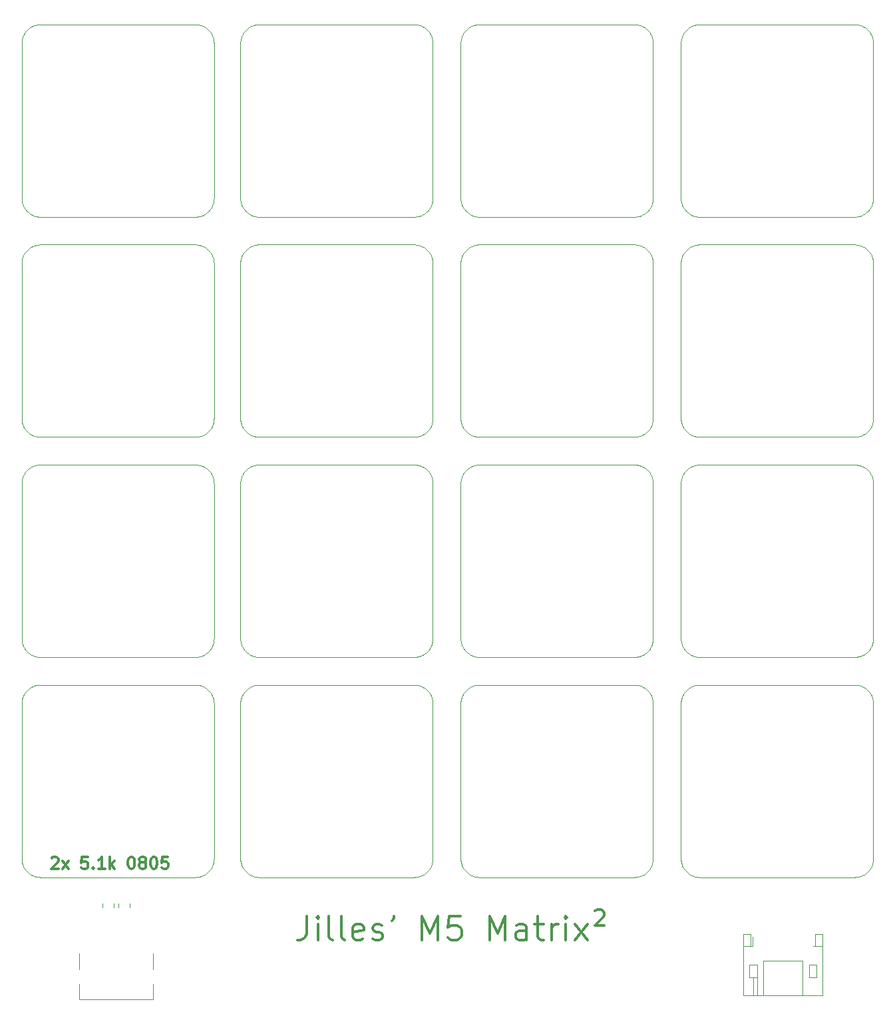
<source format=gbr>
%TF.GenerationSoftware,KiCad,Pcbnew,(5.1.6-0-10_14)*%
%TF.CreationDate,2020-09-05T22:35:39+02:00*%
%TF.ProjectId,m5matrix,6d356d61-7472-4697-982e-6b696361645f,rev?*%
%TF.SameCoordinates,Original*%
%TF.FileFunction,Legend,Top*%
%TF.FilePolarity,Positive*%
%FSLAX46Y46*%
G04 Gerber Fmt 4.6, Leading zero omitted, Abs format (unit mm)*
G04 Created by KiCad (PCBNEW (5.1.6-0-10_14)) date 2020-09-05 22:35:39*
%MOMM*%
%LPD*%
G01*
G04 APERTURE LIST*
%ADD10C,0.300000*%
%ADD11C,0.120000*%
%ADD12C,0.100000*%
G04 APERTURE END LIST*
D10*
X112635428Y-151519142D02*
X112635428Y-153662000D01*
X112492571Y-154090571D01*
X112206857Y-154376285D01*
X111778285Y-154519142D01*
X111492571Y-154519142D01*
X114064000Y-154519142D02*
X114064000Y-152519142D01*
X114064000Y-151519142D02*
X113921142Y-151662000D01*
X114064000Y-151804857D01*
X114206857Y-151662000D01*
X114064000Y-151519142D01*
X114064000Y-151804857D01*
X115921142Y-154519142D02*
X115635428Y-154376285D01*
X115492571Y-154090571D01*
X115492571Y-151519142D01*
X117492571Y-154519142D02*
X117206857Y-154376285D01*
X117064000Y-154090571D01*
X117064000Y-151519142D01*
X119778285Y-154376285D02*
X119492571Y-154519142D01*
X118921142Y-154519142D01*
X118635428Y-154376285D01*
X118492571Y-154090571D01*
X118492571Y-152947714D01*
X118635428Y-152662000D01*
X118921142Y-152519142D01*
X119492571Y-152519142D01*
X119778285Y-152662000D01*
X119921142Y-152947714D01*
X119921142Y-153233428D01*
X118492571Y-153519142D01*
X121064000Y-154376285D02*
X121349714Y-154519142D01*
X121921142Y-154519142D01*
X122206857Y-154376285D01*
X122349714Y-154090571D01*
X122349714Y-153947714D01*
X122206857Y-153662000D01*
X121921142Y-153519142D01*
X121492571Y-153519142D01*
X121206857Y-153376285D01*
X121064000Y-153090571D01*
X121064000Y-152947714D01*
X121206857Y-152662000D01*
X121492571Y-152519142D01*
X121921142Y-152519142D01*
X122206857Y-152662000D01*
X123778285Y-151519142D02*
X123778285Y-151662000D01*
X123635428Y-151947714D01*
X123492571Y-152090571D01*
X127349714Y-154519142D02*
X127349714Y-151519142D01*
X128349714Y-153662000D01*
X129349714Y-151519142D01*
X129349714Y-154519142D01*
X132206857Y-151519142D02*
X130778285Y-151519142D01*
X130635428Y-152947714D01*
X130778285Y-152804857D01*
X131064000Y-152662000D01*
X131778285Y-152662000D01*
X132064000Y-152804857D01*
X132206857Y-152947714D01*
X132349714Y-153233428D01*
X132349714Y-153947714D01*
X132206857Y-154233428D01*
X132064000Y-154376285D01*
X131778285Y-154519142D01*
X131064000Y-154519142D01*
X130778285Y-154376285D01*
X130635428Y-154233428D01*
X135921142Y-154519142D02*
X135921142Y-151519142D01*
X136921142Y-153662000D01*
X137921142Y-151519142D01*
X137921142Y-154519142D01*
X140635428Y-154519142D02*
X140635428Y-152947714D01*
X140492571Y-152662000D01*
X140206857Y-152519142D01*
X139635428Y-152519142D01*
X139349714Y-152662000D01*
X140635428Y-154376285D02*
X140349714Y-154519142D01*
X139635428Y-154519142D01*
X139349714Y-154376285D01*
X139206857Y-154090571D01*
X139206857Y-153804857D01*
X139349714Y-153519142D01*
X139635428Y-153376285D01*
X140349714Y-153376285D01*
X140635428Y-153233428D01*
X141635428Y-152519142D02*
X142778285Y-152519142D01*
X142064000Y-151519142D02*
X142064000Y-154090571D01*
X142206857Y-154376285D01*
X142492571Y-154519142D01*
X142778285Y-154519142D01*
X143778285Y-154519142D02*
X143778285Y-152519142D01*
X143778285Y-153090571D02*
X143921142Y-152804857D01*
X144064000Y-152662000D01*
X144349714Y-152519142D01*
X144635428Y-152519142D01*
X145635428Y-154519142D02*
X145635428Y-152519142D01*
X145635428Y-151519142D02*
X145492571Y-151662000D01*
X145635428Y-151804857D01*
X145778285Y-151662000D01*
X145635428Y-151519142D01*
X145635428Y-151804857D01*
X146778285Y-154519142D02*
X148349714Y-152519142D01*
X146778285Y-152519142D02*
X148349714Y-154519142D01*
X149349714Y-150804857D02*
X149635428Y-150662000D01*
X150064000Y-150662000D01*
X150349714Y-150804857D01*
X150492571Y-151090571D01*
X150492571Y-151376285D01*
X150349714Y-151662000D01*
X149349714Y-152662000D01*
X150492571Y-152662000D01*
X80201428Y-144101428D02*
X80272857Y-144030000D01*
X80415714Y-143958571D01*
X80772857Y-143958571D01*
X80915714Y-144030000D01*
X80987142Y-144101428D01*
X81058571Y-144244285D01*
X81058571Y-144387142D01*
X80987142Y-144601428D01*
X80130000Y-145458571D01*
X81058571Y-145458571D01*
X81558571Y-145458571D02*
X82344285Y-144458571D01*
X81558571Y-144458571D02*
X82344285Y-145458571D01*
X84772857Y-143958571D02*
X84058571Y-143958571D01*
X83987142Y-144672857D01*
X84058571Y-144601428D01*
X84201428Y-144530000D01*
X84558571Y-144530000D01*
X84701428Y-144601428D01*
X84772857Y-144672857D01*
X84844285Y-144815714D01*
X84844285Y-145172857D01*
X84772857Y-145315714D01*
X84701428Y-145387142D01*
X84558571Y-145458571D01*
X84201428Y-145458571D01*
X84058571Y-145387142D01*
X83987142Y-145315714D01*
X85487142Y-145315714D02*
X85558571Y-145387142D01*
X85487142Y-145458571D01*
X85415714Y-145387142D01*
X85487142Y-145315714D01*
X85487142Y-145458571D01*
X86987142Y-145458571D02*
X86130000Y-145458571D01*
X86558571Y-145458571D02*
X86558571Y-143958571D01*
X86415714Y-144172857D01*
X86272857Y-144315714D01*
X86130000Y-144387142D01*
X87630000Y-145458571D02*
X87630000Y-143958571D01*
X87772857Y-144887142D02*
X88201428Y-145458571D01*
X88201428Y-144458571D02*
X87630000Y-145030000D01*
X90272857Y-143958571D02*
X90415714Y-143958571D01*
X90558571Y-144030000D01*
X90630000Y-144101428D01*
X90701428Y-144244285D01*
X90772857Y-144530000D01*
X90772857Y-144887142D01*
X90701428Y-145172857D01*
X90630000Y-145315714D01*
X90558571Y-145387142D01*
X90415714Y-145458571D01*
X90272857Y-145458571D01*
X90130000Y-145387142D01*
X90058571Y-145315714D01*
X89987142Y-145172857D01*
X89915714Y-144887142D01*
X89915714Y-144530000D01*
X89987142Y-144244285D01*
X90058571Y-144101428D01*
X90130000Y-144030000D01*
X90272857Y-143958571D01*
X91630000Y-144601428D02*
X91487142Y-144530000D01*
X91415714Y-144458571D01*
X91344285Y-144315714D01*
X91344285Y-144244285D01*
X91415714Y-144101428D01*
X91487142Y-144030000D01*
X91630000Y-143958571D01*
X91915714Y-143958571D01*
X92058571Y-144030000D01*
X92130000Y-144101428D01*
X92201428Y-144244285D01*
X92201428Y-144315714D01*
X92130000Y-144458571D01*
X92058571Y-144530000D01*
X91915714Y-144601428D01*
X91630000Y-144601428D01*
X91487142Y-144672857D01*
X91415714Y-144744285D01*
X91344285Y-144887142D01*
X91344285Y-145172857D01*
X91415714Y-145315714D01*
X91487142Y-145387142D01*
X91630000Y-145458571D01*
X91915714Y-145458571D01*
X92058571Y-145387142D01*
X92130000Y-145315714D01*
X92201428Y-145172857D01*
X92201428Y-144887142D01*
X92130000Y-144744285D01*
X92058571Y-144672857D01*
X91915714Y-144601428D01*
X93130000Y-143958571D02*
X93272857Y-143958571D01*
X93415714Y-144030000D01*
X93487142Y-144101428D01*
X93558571Y-144244285D01*
X93630000Y-144530000D01*
X93630000Y-144887142D01*
X93558571Y-145172857D01*
X93487142Y-145315714D01*
X93415714Y-145387142D01*
X93272857Y-145458571D01*
X93130000Y-145458571D01*
X92987142Y-145387142D01*
X92915714Y-145315714D01*
X92844285Y-145172857D01*
X92772857Y-144887142D01*
X92772857Y-144530000D01*
X92844285Y-144244285D01*
X92915714Y-144101428D01*
X92987142Y-144030000D01*
X93130000Y-143958571D01*
X94987142Y-143958571D02*
X94272857Y-143958571D01*
X94201428Y-144672857D01*
X94272857Y-144601428D01*
X94415714Y-144530000D01*
X94772857Y-144530000D01*
X94915714Y-144601428D01*
X94987142Y-144672857D01*
X95058571Y-144815714D01*
X95058571Y-145172857D01*
X94987142Y-145315714D01*
X94915714Y-145387142D01*
X94772857Y-145458571D01*
X94415714Y-145458571D01*
X94272857Y-145387142D01*
X94201428Y-145315714D01*
D11*
%TO.C,J2*%
X169384000Y-155334000D02*
X169104000Y-155334000D01*
X169104000Y-155334000D02*
X169104000Y-153734000D01*
X169104000Y-153734000D02*
X168184000Y-153734000D01*
X168184000Y-153734000D02*
X168184000Y-161554000D01*
X168184000Y-161554000D02*
X178304000Y-161554000D01*
X178304000Y-161554000D02*
X178304000Y-153734000D01*
X178304000Y-153734000D02*
X177384000Y-153734000D01*
X177384000Y-153734000D02*
X177384000Y-155334000D01*
X177384000Y-155334000D02*
X177104000Y-155334000D01*
X170744000Y-161554000D02*
X170744000Y-157194000D01*
X170744000Y-157194000D02*
X175744000Y-157194000D01*
X175744000Y-157194000D02*
X175744000Y-161554000D01*
X168184000Y-155334000D02*
X169104000Y-155334000D01*
X178304000Y-155334000D02*
X177384000Y-155334000D01*
X168944000Y-157694000D02*
X168944000Y-159294000D01*
X168944000Y-159294000D02*
X169944000Y-159294000D01*
X169944000Y-159294000D02*
X169944000Y-157694000D01*
X169944000Y-157694000D02*
X168944000Y-157694000D01*
X177544000Y-157694000D02*
X177544000Y-159294000D01*
X177544000Y-159294000D02*
X176544000Y-159294000D01*
X176544000Y-159294000D02*
X176544000Y-157694000D01*
X176544000Y-157694000D02*
X177544000Y-157694000D01*
X169944000Y-159294000D02*
X169944000Y-161554000D01*
X169444000Y-159294000D02*
X169444000Y-161554000D01*
X169384000Y-155334000D02*
X169384000Y-154119000D01*
D12*
%TO.C,U16*%
X182372000Y-122072400D02*
X182489142Y-122075303D01*
X182489142Y-122075303D02*
X182605489Y-122083959D01*
X182605489Y-122083959D02*
X182720847Y-122098289D01*
X182720847Y-122098289D02*
X182835023Y-122118211D01*
X182835023Y-122118211D02*
X182947823Y-122143646D01*
X182947823Y-122143646D02*
X183059054Y-122174513D01*
X183059054Y-122174513D02*
X183168521Y-122210732D01*
X183168521Y-122210732D02*
X183276032Y-122252223D01*
X183276032Y-122252223D02*
X183381392Y-122298906D01*
X183381392Y-122298906D02*
X183484408Y-122350700D01*
X183484408Y-122350700D02*
X183584886Y-122407526D01*
X183584886Y-122407526D02*
X183682633Y-122469302D01*
X183682633Y-122469302D02*
X183777455Y-122535950D01*
X183777455Y-122535950D02*
X183869158Y-122607388D01*
X183869158Y-122607388D02*
X183957549Y-122683537D01*
X183957549Y-122683537D02*
X184042434Y-122764317D01*
X184734351Y-124434751D02*
X184734351Y-144171526D01*
X162635225Y-122072400D02*
X182372000Y-122072400D01*
X184734351Y-144171526D02*
X184731447Y-144288668D01*
X184731447Y-144288668D02*
X184722791Y-144405015D01*
X184722791Y-144405015D02*
X184708461Y-144520373D01*
X184708461Y-144520373D02*
X184688539Y-144634549D01*
X184688539Y-144634549D02*
X184663104Y-144747349D01*
X184663104Y-144747349D02*
X184632237Y-144858580D01*
X184632237Y-144858580D02*
X184596018Y-144968047D01*
X184596018Y-144968047D02*
X184554527Y-145075558D01*
X184554527Y-145075558D02*
X184507844Y-145180918D01*
X184507844Y-145180918D02*
X184456050Y-145283934D01*
X184456050Y-145283934D02*
X184399224Y-145384412D01*
X184399224Y-145384412D02*
X184337448Y-145482159D01*
X184337448Y-145482159D02*
X184270800Y-145576981D01*
X184270800Y-145576981D02*
X184199362Y-145668684D01*
X184199362Y-145668684D02*
X184123213Y-145757075D01*
X184123213Y-145757075D02*
X184042434Y-145841960D01*
X184042434Y-145841960D02*
X183957549Y-145922739D01*
X183957549Y-145922739D02*
X183869158Y-145998888D01*
X183869158Y-145998888D02*
X183777455Y-146070326D01*
X183777455Y-146070326D02*
X183682633Y-146136974D01*
X183682633Y-146136974D02*
X183584886Y-146198750D01*
X183584886Y-146198750D02*
X183484408Y-146255576D01*
X183484408Y-146255576D02*
X183381392Y-146307370D01*
X183381392Y-146307370D02*
X183276032Y-146354053D01*
X183276032Y-146354053D02*
X183168521Y-146395544D01*
X183168521Y-146395544D02*
X183059054Y-146431763D01*
X183059054Y-146431763D02*
X182947823Y-146462630D01*
X182947823Y-146462630D02*
X182835023Y-146488065D01*
X182835023Y-146488065D02*
X182720847Y-146507987D01*
X182720847Y-146507987D02*
X182605489Y-146522317D01*
X182605489Y-146522317D02*
X182489142Y-146530973D01*
X182489142Y-146530973D02*
X182372000Y-146533877D01*
X162635225Y-146533877D02*
X162518082Y-146530973D01*
X162518082Y-146530973D02*
X162401735Y-146522317D01*
X162401735Y-146522317D02*
X162286377Y-146507987D01*
X162286377Y-146507987D02*
X162172201Y-146488065D01*
X162172201Y-146488065D02*
X162059401Y-146462630D01*
X162059401Y-146462630D02*
X161948170Y-146431763D01*
X161948170Y-146431763D02*
X161838703Y-146395544D01*
X161838703Y-146395544D02*
X161731192Y-146354053D01*
X161731192Y-146354053D02*
X161625832Y-146307370D01*
X161625832Y-146307370D02*
X161522816Y-146255576D01*
X161522816Y-146255576D02*
X161422338Y-146198750D01*
X161422338Y-146198750D02*
X161324591Y-146136974D01*
X161324591Y-146136974D02*
X161229769Y-146070326D01*
X161229769Y-146070326D02*
X161138066Y-145998888D01*
X161138066Y-145998888D02*
X161049675Y-145922739D01*
X161049675Y-145922739D02*
X160964791Y-145841960D01*
X160964791Y-145841960D02*
X160884011Y-145757075D01*
X160884011Y-145757075D02*
X160807862Y-145668684D01*
X160807862Y-145668684D02*
X160736424Y-145576981D01*
X160736424Y-145576981D02*
X160669776Y-145482159D01*
X160669776Y-145482159D02*
X160608000Y-145384412D01*
X160608000Y-145384412D02*
X160551174Y-145283934D01*
X160551174Y-145283934D02*
X160499380Y-145180918D01*
X160499380Y-145180918D02*
X160452697Y-145075558D01*
X160452697Y-145075558D02*
X160411206Y-144968047D01*
X160411206Y-144968047D02*
X160374987Y-144858580D01*
X160374987Y-144858580D02*
X160344120Y-144747349D01*
X160344120Y-144747349D02*
X160318685Y-144634549D01*
X160318685Y-144634549D02*
X160298763Y-144520373D01*
X160298763Y-144520373D02*
X160284433Y-144405015D01*
X160284433Y-144405015D02*
X160275777Y-144288668D01*
X160275777Y-144288668D02*
X160272874Y-144171526D01*
X182372000Y-146533877D02*
X162635225Y-146533877D01*
X160272874Y-124434751D02*
X160275777Y-124317608D01*
X160275777Y-124317608D02*
X160284433Y-124201261D01*
X160284433Y-124201261D02*
X160298763Y-124085903D01*
X160298763Y-124085903D02*
X160318685Y-123971727D01*
X160318685Y-123971727D02*
X160344120Y-123858927D01*
X160344120Y-123858927D02*
X160374987Y-123747696D01*
X160374987Y-123747696D02*
X160411206Y-123638229D01*
X160411206Y-123638229D02*
X160452697Y-123530718D01*
X160452697Y-123530718D02*
X160499380Y-123425358D01*
X160499380Y-123425358D02*
X160551174Y-123322342D01*
X160551174Y-123322342D02*
X160608000Y-123221864D01*
X160608000Y-123221864D02*
X160669776Y-123124117D01*
X160669776Y-123124117D02*
X160736424Y-123029295D01*
X160736424Y-123029295D02*
X160807862Y-122937592D01*
X160807862Y-122937592D02*
X160884011Y-122849201D01*
X160884011Y-122849201D02*
X160964791Y-122764317D01*
X160964791Y-122764317D02*
X161049675Y-122683537D01*
X161049675Y-122683537D02*
X161138066Y-122607388D01*
X161138066Y-122607388D02*
X161229769Y-122535950D01*
X161229769Y-122535950D02*
X161324591Y-122469302D01*
X161324591Y-122469302D02*
X161422338Y-122407526D01*
X161422338Y-122407526D02*
X161522816Y-122350700D01*
X161522816Y-122350700D02*
X161625832Y-122298906D01*
X161625832Y-122298906D02*
X161731192Y-122252223D01*
X161731192Y-122252223D02*
X161838703Y-122210732D01*
X161838703Y-122210732D02*
X161948170Y-122174513D01*
X161948170Y-122174513D02*
X162059401Y-122143646D01*
X162059401Y-122143646D02*
X162172201Y-122118211D01*
X162172201Y-122118211D02*
X162286377Y-122098289D01*
X162286377Y-122098289D02*
X162401735Y-122083959D01*
X162401735Y-122083959D02*
X162518082Y-122075303D01*
X162518082Y-122075303D02*
X162635225Y-122072400D01*
X160272874Y-144171526D02*
X160272874Y-124434751D01*
X162635225Y-122072400D02*
X162635225Y-122072400D01*
X184042434Y-122764317D02*
X184123213Y-122849201D01*
X184123213Y-122849201D02*
X184199362Y-122937592D01*
X184199362Y-122937592D02*
X184270800Y-123029295D01*
X184270800Y-123029295D02*
X184337448Y-123124117D01*
X184337448Y-123124117D02*
X184399224Y-123221864D01*
X184399224Y-123221864D02*
X184456050Y-123322342D01*
X184456050Y-123322342D02*
X184507844Y-123425358D01*
X184507844Y-123425358D02*
X184554527Y-123530718D01*
X184554527Y-123530718D02*
X184596018Y-123638229D01*
X184596018Y-123638229D02*
X184632237Y-123747696D01*
X184632237Y-123747696D02*
X184663104Y-123858927D01*
X184663104Y-123858927D02*
X184688539Y-123971727D01*
X184688539Y-123971727D02*
X184708461Y-124085903D01*
X184708461Y-124085903D02*
X184722791Y-124201261D01*
X184722791Y-124201261D02*
X184731447Y-124317608D01*
X184731447Y-124317608D02*
X184734351Y-124434751D01*
%TO.C,U15*%
X126322666Y-122072400D02*
X126439808Y-122075303D01*
X126439808Y-122075303D02*
X126556155Y-122083959D01*
X126556155Y-122083959D02*
X126671513Y-122098289D01*
X126671513Y-122098289D02*
X126785689Y-122118211D01*
X126785689Y-122118211D02*
X126898489Y-122143646D01*
X126898489Y-122143646D02*
X127009720Y-122174513D01*
X127009720Y-122174513D02*
X127119187Y-122210732D01*
X127119187Y-122210732D02*
X127226698Y-122252223D01*
X127226698Y-122252223D02*
X127332058Y-122298906D01*
X127332058Y-122298906D02*
X127435074Y-122350700D01*
X127435074Y-122350700D02*
X127535552Y-122407526D01*
X127535552Y-122407526D02*
X127633299Y-122469302D01*
X127633299Y-122469302D02*
X127728121Y-122535950D01*
X127728121Y-122535950D02*
X127819824Y-122607388D01*
X127819824Y-122607388D02*
X127908215Y-122683537D01*
X127908215Y-122683537D02*
X127993100Y-122764317D01*
X128685017Y-124434751D02*
X128685017Y-144171526D01*
X106585891Y-122072400D02*
X126322666Y-122072400D01*
X128685017Y-144171526D02*
X128682113Y-144288668D01*
X128682113Y-144288668D02*
X128673457Y-144405015D01*
X128673457Y-144405015D02*
X128659127Y-144520373D01*
X128659127Y-144520373D02*
X128639205Y-144634549D01*
X128639205Y-144634549D02*
X128613770Y-144747349D01*
X128613770Y-144747349D02*
X128582903Y-144858580D01*
X128582903Y-144858580D02*
X128546684Y-144968047D01*
X128546684Y-144968047D02*
X128505193Y-145075558D01*
X128505193Y-145075558D02*
X128458510Y-145180918D01*
X128458510Y-145180918D02*
X128406716Y-145283934D01*
X128406716Y-145283934D02*
X128349890Y-145384412D01*
X128349890Y-145384412D02*
X128288114Y-145482159D01*
X128288114Y-145482159D02*
X128221466Y-145576981D01*
X128221466Y-145576981D02*
X128150028Y-145668684D01*
X128150028Y-145668684D02*
X128073879Y-145757075D01*
X128073879Y-145757075D02*
X127993100Y-145841960D01*
X127993100Y-145841960D02*
X127908215Y-145922739D01*
X127908215Y-145922739D02*
X127819824Y-145998888D01*
X127819824Y-145998888D02*
X127728121Y-146070326D01*
X127728121Y-146070326D02*
X127633299Y-146136974D01*
X127633299Y-146136974D02*
X127535552Y-146198750D01*
X127535552Y-146198750D02*
X127435074Y-146255576D01*
X127435074Y-146255576D02*
X127332058Y-146307370D01*
X127332058Y-146307370D02*
X127226698Y-146354053D01*
X127226698Y-146354053D02*
X127119187Y-146395544D01*
X127119187Y-146395544D02*
X127009720Y-146431763D01*
X127009720Y-146431763D02*
X126898489Y-146462630D01*
X126898489Y-146462630D02*
X126785689Y-146488065D01*
X126785689Y-146488065D02*
X126671513Y-146507987D01*
X126671513Y-146507987D02*
X126556155Y-146522317D01*
X126556155Y-146522317D02*
X126439808Y-146530973D01*
X126439808Y-146530973D02*
X126322666Y-146533877D01*
X106585891Y-146533877D02*
X106468748Y-146530973D01*
X106468748Y-146530973D02*
X106352401Y-146522317D01*
X106352401Y-146522317D02*
X106237043Y-146507987D01*
X106237043Y-146507987D02*
X106122867Y-146488065D01*
X106122867Y-146488065D02*
X106010067Y-146462630D01*
X106010067Y-146462630D02*
X105898836Y-146431763D01*
X105898836Y-146431763D02*
X105789369Y-146395544D01*
X105789369Y-146395544D02*
X105681858Y-146354053D01*
X105681858Y-146354053D02*
X105576498Y-146307370D01*
X105576498Y-146307370D02*
X105473482Y-146255576D01*
X105473482Y-146255576D02*
X105373004Y-146198750D01*
X105373004Y-146198750D02*
X105275257Y-146136974D01*
X105275257Y-146136974D02*
X105180435Y-146070326D01*
X105180435Y-146070326D02*
X105088732Y-145998888D01*
X105088732Y-145998888D02*
X105000341Y-145922739D01*
X105000341Y-145922739D02*
X104915457Y-145841960D01*
X104915457Y-145841960D02*
X104834677Y-145757075D01*
X104834677Y-145757075D02*
X104758528Y-145668684D01*
X104758528Y-145668684D02*
X104687090Y-145576981D01*
X104687090Y-145576981D02*
X104620442Y-145482159D01*
X104620442Y-145482159D02*
X104558666Y-145384412D01*
X104558666Y-145384412D02*
X104501840Y-145283934D01*
X104501840Y-145283934D02*
X104450046Y-145180918D01*
X104450046Y-145180918D02*
X104403363Y-145075558D01*
X104403363Y-145075558D02*
X104361872Y-144968047D01*
X104361872Y-144968047D02*
X104325653Y-144858580D01*
X104325653Y-144858580D02*
X104294786Y-144747349D01*
X104294786Y-144747349D02*
X104269351Y-144634549D01*
X104269351Y-144634549D02*
X104249429Y-144520373D01*
X104249429Y-144520373D02*
X104235099Y-144405015D01*
X104235099Y-144405015D02*
X104226443Y-144288668D01*
X104226443Y-144288668D02*
X104223540Y-144171526D01*
X126322666Y-146533877D02*
X106585891Y-146533877D01*
X104223540Y-124434751D02*
X104226443Y-124317608D01*
X104226443Y-124317608D02*
X104235099Y-124201261D01*
X104235099Y-124201261D02*
X104249429Y-124085903D01*
X104249429Y-124085903D02*
X104269351Y-123971727D01*
X104269351Y-123971727D02*
X104294786Y-123858927D01*
X104294786Y-123858927D02*
X104325653Y-123747696D01*
X104325653Y-123747696D02*
X104361872Y-123638229D01*
X104361872Y-123638229D02*
X104403363Y-123530718D01*
X104403363Y-123530718D02*
X104450046Y-123425358D01*
X104450046Y-123425358D02*
X104501840Y-123322342D01*
X104501840Y-123322342D02*
X104558666Y-123221864D01*
X104558666Y-123221864D02*
X104620442Y-123124117D01*
X104620442Y-123124117D02*
X104687090Y-123029295D01*
X104687090Y-123029295D02*
X104758528Y-122937592D01*
X104758528Y-122937592D02*
X104834677Y-122849201D01*
X104834677Y-122849201D02*
X104915457Y-122764317D01*
X104915457Y-122764317D02*
X105000341Y-122683537D01*
X105000341Y-122683537D02*
X105088732Y-122607388D01*
X105088732Y-122607388D02*
X105180435Y-122535950D01*
X105180435Y-122535950D02*
X105275257Y-122469302D01*
X105275257Y-122469302D02*
X105373004Y-122407526D01*
X105373004Y-122407526D02*
X105473482Y-122350700D01*
X105473482Y-122350700D02*
X105576498Y-122298906D01*
X105576498Y-122298906D02*
X105681858Y-122252223D01*
X105681858Y-122252223D02*
X105789369Y-122210732D01*
X105789369Y-122210732D02*
X105898836Y-122174513D01*
X105898836Y-122174513D02*
X106010067Y-122143646D01*
X106010067Y-122143646D02*
X106122867Y-122118211D01*
X106122867Y-122118211D02*
X106237043Y-122098289D01*
X106237043Y-122098289D02*
X106352401Y-122083959D01*
X106352401Y-122083959D02*
X106468748Y-122075303D01*
X106468748Y-122075303D02*
X106585891Y-122072400D01*
X104223540Y-144171526D02*
X104223540Y-124434751D01*
X106585891Y-122072400D02*
X106585891Y-122072400D01*
X127993100Y-122764317D02*
X128073879Y-122849201D01*
X128073879Y-122849201D02*
X128150028Y-122937592D01*
X128150028Y-122937592D02*
X128221466Y-123029295D01*
X128221466Y-123029295D02*
X128288114Y-123124117D01*
X128288114Y-123124117D02*
X128349890Y-123221864D01*
X128349890Y-123221864D02*
X128406716Y-123322342D01*
X128406716Y-123322342D02*
X128458510Y-123425358D01*
X128458510Y-123425358D02*
X128505193Y-123530718D01*
X128505193Y-123530718D02*
X128546684Y-123638229D01*
X128546684Y-123638229D02*
X128582903Y-123747696D01*
X128582903Y-123747696D02*
X128613770Y-123858927D01*
X128613770Y-123858927D02*
X128639205Y-123971727D01*
X128639205Y-123971727D02*
X128659127Y-124085903D01*
X128659127Y-124085903D02*
X128673457Y-124201261D01*
X128673457Y-124201261D02*
X128682113Y-124317608D01*
X128682113Y-124317608D02*
X128685017Y-124434751D01*
%TO.C,U14*%
X154347332Y-122072400D02*
X154464474Y-122075303D01*
X154464474Y-122075303D02*
X154580821Y-122083959D01*
X154580821Y-122083959D02*
X154696179Y-122098289D01*
X154696179Y-122098289D02*
X154810355Y-122118211D01*
X154810355Y-122118211D02*
X154923155Y-122143646D01*
X154923155Y-122143646D02*
X155034386Y-122174513D01*
X155034386Y-122174513D02*
X155143853Y-122210732D01*
X155143853Y-122210732D02*
X155251364Y-122252223D01*
X155251364Y-122252223D02*
X155356724Y-122298906D01*
X155356724Y-122298906D02*
X155459740Y-122350700D01*
X155459740Y-122350700D02*
X155560218Y-122407526D01*
X155560218Y-122407526D02*
X155657965Y-122469302D01*
X155657965Y-122469302D02*
X155752787Y-122535950D01*
X155752787Y-122535950D02*
X155844490Y-122607388D01*
X155844490Y-122607388D02*
X155932881Y-122683537D01*
X155932881Y-122683537D02*
X156017766Y-122764317D01*
X156709683Y-124434751D02*
X156709683Y-144171526D01*
X134610557Y-122072400D02*
X154347332Y-122072400D01*
X156709683Y-144171526D02*
X156706779Y-144288668D01*
X156706779Y-144288668D02*
X156698123Y-144405015D01*
X156698123Y-144405015D02*
X156683793Y-144520373D01*
X156683793Y-144520373D02*
X156663871Y-144634549D01*
X156663871Y-144634549D02*
X156638436Y-144747349D01*
X156638436Y-144747349D02*
X156607569Y-144858580D01*
X156607569Y-144858580D02*
X156571350Y-144968047D01*
X156571350Y-144968047D02*
X156529859Y-145075558D01*
X156529859Y-145075558D02*
X156483176Y-145180918D01*
X156483176Y-145180918D02*
X156431382Y-145283934D01*
X156431382Y-145283934D02*
X156374556Y-145384412D01*
X156374556Y-145384412D02*
X156312780Y-145482159D01*
X156312780Y-145482159D02*
X156246132Y-145576981D01*
X156246132Y-145576981D02*
X156174694Y-145668684D01*
X156174694Y-145668684D02*
X156098545Y-145757075D01*
X156098545Y-145757075D02*
X156017766Y-145841960D01*
X156017766Y-145841960D02*
X155932881Y-145922739D01*
X155932881Y-145922739D02*
X155844490Y-145998888D01*
X155844490Y-145998888D02*
X155752787Y-146070326D01*
X155752787Y-146070326D02*
X155657965Y-146136974D01*
X155657965Y-146136974D02*
X155560218Y-146198750D01*
X155560218Y-146198750D02*
X155459740Y-146255576D01*
X155459740Y-146255576D02*
X155356724Y-146307370D01*
X155356724Y-146307370D02*
X155251364Y-146354053D01*
X155251364Y-146354053D02*
X155143853Y-146395544D01*
X155143853Y-146395544D02*
X155034386Y-146431763D01*
X155034386Y-146431763D02*
X154923155Y-146462630D01*
X154923155Y-146462630D02*
X154810355Y-146488065D01*
X154810355Y-146488065D02*
X154696179Y-146507987D01*
X154696179Y-146507987D02*
X154580821Y-146522317D01*
X154580821Y-146522317D02*
X154464474Y-146530973D01*
X154464474Y-146530973D02*
X154347332Y-146533877D01*
X134610557Y-146533877D02*
X134493414Y-146530973D01*
X134493414Y-146530973D02*
X134377067Y-146522317D01*
X134377067Y-146522317D02*
X134261709Y-146507987D01*
X134261709Y-146507987D02*
X134147533Y-146488065D01*
X134147533Y-146488065D02*
X134034733Y-146462630D01*
X134034733Y-146462630D02*
X133923502Y-146431763D01*
X133923502Y-146431763D02*
X133814035Y-146395544D01*
X133814035Y-146395544D02*
X133706524Y-146354053D01*
X133706524Y-146354053D02*
X133601164Y-146307370D01*
X133601164Y-146307370D02*
X133498148Y-146255576D01*
X133498148Y-146255576D02*
X133397670Y-146198750D01*
X133397670Y-146198750D02*
X133299923Y-146136974D01*
X133299923Y-146136974D02*
X133205101Y-146070326D01*
X133205101Y-146070326D02*
X133113398Y-145998888D01*
X133113398Y-145998888D02*
X133025007Y-145922739D01*
X133025007Y-145922739D02*
X132940123Y-145841960D01*
X132940123Y-145841960D02*
X132859343Y-145757075D01*
X132859343Y-145757075D02*
X132783194Y-145668684D01*
X132783194Y-145668684D02*
X132711756Y-145576981D01*
X132711756Y-145576981D02*
X132645108Y-145482159D01*
X132645108Y-145482159D02*
X132583332Y-145384412D01*
X132583332Y-145384412D02*
X132526506Y-145283934D01*
X132526506Y-145283934D02*
X132474712Y-145180918D01*
X132474712Y-145180918D02*
X132428029Y-145075558D01*
X132428029Y-145075558D02*
X132386538Y-144968047D01*
X132386538Y-144968047D02*
X132350319Y-144858580D01*
X132350319Y-144858580D02*
X132319452Y-144747349D01*
X132319452Y-144747349D02*
X132294017Y-144634549D01*
X132294017Y-144634549D02*
X132274095Y-144520373D01*
X132274095Y-144520373D02*
X132259765Y-144405015D01*
X132259765Y-144405015D02*
X132251109Y-144288668D01*
X132251109Y-144288668D02*
X132248206Y-144171526D01*
X154347332Y-146533877D02*
X134610557Y-146533877D01*
X132248206Y-124434751D02*
X132251109Y-124317608D01*
X132251109Y-124317608D02*
X132259765Y-124201261D01*
X132259765Y-124201261D02*
X132274095Y-124085903D01*
X132274095Y-124085903D02*
X132294017Y-123971727D01*
X132294017Y-123971727D02*
X132319452Y-123858927D01*
X132319452Y-123858927D02*
X132350319Y-123747696D01*
X132350319Y-123747696D02*
X132386538Y-123638229D01*
X132386538Y-123638229D02*
X132428029Y-123530718D01*
X132428029Y-123530718D02*
X132474712Y-123425358D01*
X132474712Y-123425358D02*
X132526506Y-123322342D01*
X132526506Y-123322342D02*
X132583332Y-123221864D01*
X132583332Y-123221864D02*
X132645108Y-123124117D01*
X132645108Y-123124117D02*
X132711756Y-123029295D01*
X132711756Y-123029295D02*
X132783194Y-122937592D01*
X132783194Y-122937592D02*
X132859343Y-122849201D01*
X132859343Y-122849201D02*
X132940123Y-122764317D01*
X132940123Y-122764317D02*
X133025007Y-122683537D01*
X133025007Y-122683537D02*
X133113398Y-122607388D01*
X133113398Y-122607388D02*
X133205101Y-122535950D01*
X133205101Y-122535950D02*
X133299923Y-122469302D01*
X133299923Y-122469302D02*
X133397670Y-122407526D01*
X133397670Y-122407526D02*
X133498148Y-122350700D01*
X133498148Y-122350700D02*
X133601164Y-122298906D01*
X133601164Y-122298906D02*
X133706524Y-122252223D01*
X133706524Y-122252223D02*
X133814035Y-122210732D01*
X133814035Y-122210732D02*
X133923502Y-122174513D01*
X133923502Y-122174513D02*
X134034733Y-122143646D01*
X134034733Y-122143646D02*
X134147533Y-122118211D01*
X134147533Y-122118211D02*
X134261709Y-122098289D01*
X134261709Y-122098289D02*
X134377067Y-122083959D01*
X134377067Y-122083959D02*
X134493414Y-122075303D01*
X134493414Y-122075303D02*
X134610557Y-122072400D01*
X132248206Y-144171526D02*
X132248206Y-124434751D01*
X134610557Y-122072400D02*
X134610557Y-122072400D01*
X156017766Y-122764317D02*
X156098545Y-122849201D01*
X156098545Y-122849201D02*
X156174694Y-122937592D01*
X156174694Y-122937592D02*
X156246132Y-123029295D01*
X156246132Y-123029295D02*
X156312780Y-123124117D01*
X156312780Y-123124117D02*
X156374556Y-123221864D01*
X156374556Y-123221864D02*
X156431382Y-123322342D01*
X156431382Y-123322342D02*
X156483176Y-123425358D01*
X156483176Y-123425358D02*
X156529859Y-123530718D01*
X156529859Y-123530718D02*
X156571350Y-123638229D01*
X156571350Y-123638229D02*
X156607569Y-123747696D01*
X156607569Y-123747696D02*
X156638436Y-123858927D01*
X156638436Y-123858927D02*
X156663871Y-123971727D01*
X156663871Y-123971727D02*
X156683793Y-124085903D01*
X156683793Y-124085903D02*
X156698123Y-124201261D01*
X156698123Y-124201261D02*
X156706779Y-124317608D01*
X156706779Y-124317608D02*
X156709683Y-124434751D01*
%TO.C,U13*%
X182372000Y-94081600D02*
X182489142Y-94084503D01*
X182489142Y-94084503D02*
X182605489Y-94093159D01*
X182605489Y-94093159D02*
X182720847Y-94107489D01*
X182720847Y-94107489D02*
X182835023Y-94127411D01*
X182835023Y-94127411D02*
X182947823Y-94152846D01*
X182947823Y-94152846D02*
X183059054Y-94183713D01*
X183059054Y-94183713D02*
X183168521Y-94219932D01*
X183168521Y-94219932D02*
X183276032Y-94261423D01*
X183276032Y-94261423D02*
X183381392Y-94308106D01*
X183381392Y-94308106D02*
X183484408Y-94359900D01*
X183484408Y-94359900D02*
X183584886Y-94416726D01*
X183584886Y-94416726D02*
X183682633Y-94478502D01*
X183682633Y-94478502D02*
X183777455Y-94545150D01*
X183777455Y-94545150D02*
X183869158Y-94616588D01*
X183869158Y-94616588D02*
X183957549Y-94692737D01*
X183957549Y-94692737D02*
X184042434Y-94773517D01*
X184734351Y-96443951D02*
X184734351Y-116180726D01*
X162635225Y-94081600D02*
X182372000Y-94081600D01*
X184734351Y-116180726D02*
X184731447Y-116297868D01*
X184731447Y-116297868D02*
X184722791Y-116414215D01*
X184722791Y-116414215D02*
X184708461Y-116529573D01*
X184708461Y-116529573D02*
X184688539Y-116643749D01*
X184688539Y-116643749D02*
X184663104Y-116756549D01*
X184663104Y-116756549D02*
X184632237Y-116867780D01*
X184632237Y-116867780D02*
X184596018Y-116977247D01*
X184596018Y-116977247D02*
X184554527Y-117084758D01*
X184554527Y-117084758D02*
X184507844Y-117190118D01*
X184507844Y-117190118D02*
X184456050Y-117293134D01*
X184456050Y-117293134D02*
X184399224Y-117393612D01*
X184399224Y-117393612D02*
X184337448Y-117491359D01*
X184337448Y-117491359D02*
X184270800Y-117586181D01*
X184270800Y-117586181D02*
X184199362Y-117677884D01*
X184199362Y-117677884D02*
X184123213Y-117766275D01*
X184123213Y-117766275D02*
X184042434Y-117851160D01*
X184042434Y-117851160D02*
X183957549Y-117931939D01*
X183957549Y-117931939D02*
X183869158Y-118008088D01*
X183869158Y-118008088D02*
X183777455Y-118079526D01*
X183777455Y-118079526D02*
X183682633Y-118146174D01*
X183682633Y-118146174D02*
X183584886Y-118207950D01*
X183584886Y-118207950D02*
X183484408Y-118264776D01*
X183484408Y-118264776D02*
X183381392Y-118316570D01*
X183381392Y-118316570D02*
X183276032Y-118363253D01*
X183276032Y-118363253D02*
X183168521Y-118404744D01*
X183168521Y-118404744D02*
X183059054Y-118440963D01*
X183059054Y-118440963D02*
X182947823Y-118471830D01*
X182947823Y-118471830D02*
X182835023Y-118497265D01*
X182835023Y-118497265D02*
X182720847Y-118517187D01*
X182720847Y-118517187D02*
X182605489Y-118531517D01*
X182605489Y-118531517D02*
X182489142Y-118540173D01*
X182489142Y-118540173D02*
X182372000Y-118543077D01*
X162635225Y-118543077D02*
X162518082Y-118540173D01*
X162518082Y-118540173D02*
X162401735Y-118531517D01*
X162401735Y-118531517D02*
X162286377Y-118517187D01*
X162286377Y-118517187D02*
X162172201Y-118497265D01*
X162172201Y-118497265D02*
X162059401Y-118471830D01*
X162059401Y-118471830D02*
X161948170Y-118440963D01*
X161948170Y-118440963D02*
X161838703Y-118404744D01*
X161838703Y-118404744D02*
X161731192Y-118363253D01*
X161731192Y-118363253D02*
X161625832Y-118316570D01*
X161625832Y-118316570D02*
X161522816Y-118264776D01*
X161522816Y-118264776D02*
X161422338Y-118207950D01*
X161422338Y-118207950D02*
X161324591Y-118146174D01*
X161324591Y-118146174D02*
X161229769Y-118079526D01*
X161229769Y-118079526D02*
X161138066Y-118008088D01*
X161138066Y-118008088D02*
X161049675Y-117931939D01*
X161049675Y-117931939D02*
X160964791Y-117851160D01*
X160964791Y-117851160D02*
X160884011Y-117766275D01*
X160884011Y-117766275D02*
X160807862Y-117677884D01*
X160807862Y-117677884D02*
X160736424Y-117586181D01*
X160736424Y-117586181D02*
X160669776Y-117491359D01*
X160669776Y-117491359D02*
X160608000Y-117393612D01*
X160608000Y-117393612D02*
X160551174Y-117293134D01*
X160551174Y-117293134D02*
X160499380Y-117190118D01*
X160499380Y-117190118D02*
X160452697Y-117084758D01*
X160452697Y-117084758D02*
X160411206Y-116977247D01*
X160411206Y-116977247D02*
X160374987Y-116867780D01*
X160374987Y-116867780D02*
X160344120Y-116756549D01*
X160344120Y-116756549D02*
X160318685Y-116643749D01*
X160318685Y-116643749D02*
X160298763Y-116529573D01*
X160298763Y-116529573D02*
X160284433Y-116414215D01*
X160284433Y-116414215D02*
X160275777Y-116297868D01*
X160275777Y-116297868D02*
X160272874Y-116180726D01*
X182372000Y-118543077D02*
X162635225Y-118543077D01*
X160272874Y-96443951D02*
X160275777Y-96326808D01*
X160275777Y-96326808D02*
X160284433Y-96210461D01*
X160284433Y-96210461D02*
X160298763Y-96095103D01*
X160298763Y-96095103D02*
X160318685Y-95980927D01*
X160318685Y-95980927D02*
X160344120Y-95868127D01*
X160344120Y-95868127D02*
X160374987Y-95756896D01*
X160374987Y-95756896D02*
X160411206Y-95647429D01*
X160411206Y-95647429D02*
X160452697Y-95539918D01*
X160452697Y-95539918D02*
X160499380Y-95434558D01*
X160499380Y-95434558D02*
X160551174Y-95331542D01*
X160551174Y-95331542D02*
X160608000Y-95231064D01*
X160608000Y-95231064D02*
X160669776Y-95133317D01*
X160669776Y-95133317D02*
X160736424Y-95038495D01*
X160736424Y-95038495D02*
X160807862Y-94946792D01*
X160807862Y-94946792D02*
X160884011Y-94858401D01*
X160884011Y-94858401D02*
X160964791Y-94773517D01*
X160964791Y-94773517D02*
X161049675Y-94692737D01*
X161049675Y-94692737D02*
X161138066Y-94616588D01*
X161138066Y-94616588D02*
X161229769Y-94545150D01*
X161229769Y-94545150D02*
X161324591Y-94478502D01*
X161324591Y-94478502D02*
X161422338Y-94416726D01*
X161422338Y-94416726D02*
X161522816Y-94359900D01*
X161522816Y-94359900D02*
X161625832Y-94308106D01*
X161625832Y-94308106D02*
X161731192Y-94261423D01*
X161731192Y-94261423D02*
X161838703Y-94219932D01*
X161838703Y-94219932D02*
X161948170Y-94183713D01*
X161948170Y-94183713D02*
X162059401Y-94152846D01*
X162059401Y-94152846D02*
X162172201Y-94127411D01*
X162172201Y-94127411D02*
X162286377Y-94107489D01*
X162286377Y-94107489D02*
X162401735Y-94093159D01*
X162401735Y-94093159D02*
X162518082Y-94084503D01*
X162518082Y-94084503D02*
X162635225Y-94081600D01*
X160272874Y-116180726D02*
X160272874Y-96443951D01*
X162635225Y-94081600D02*
X162635225Y-94081600D01*
X184042434Y-94773517D02*
X184123213Y-94858401D01*
X184123213Y-94858401D02*
X184199362Y-94946792D01*
X184199362Y-94946792D02*
X184270800Y-95038495D01*
X184270800Y-95038495D02*
X184337448Y-95133317D01*
X184337448Y-95133317D02*
X184399224Y-95231064D01*
X184399224Y-95231064D02*
X184456050Y-95331542D01*
X184456050Y-95331542D02*
X184507844Y-95434558D01*
X184507844Y-95434558D02*
X184554527Y-95539918D01*
X184554527Y-95539918D02*
X184596018Y-95647429D01*
X184596018Y-95647429D02*
X184632237Y-95756896D01*
X184632237Y-95756896D02*
X184663104Y-95868127D01*
X184663104Y-95868127D02*
X184688539Y-95980927D01*
X184688539Y-95980927D02*
X184708461Y-96095103D01*
X184708461Y-96095103D02*
X184722791Y-96210461D01*
X184722791Y-96210461D02*
X184731447Y-96326808D01*
X184731447Y-96326808D02*
X184734351Y-96443951D01*
%TO.C,U12*%
X98490526Y-122072400D02*
X98607668Y-122075303D01*
X98607668Y-122075303D02*
X98724015Y-122083959D01*
X98724015Y-122083959D02*
X98839373Y-122098289D01*
X98839373Y-122098289D02*
X98953549Y-122118211D01*
X98953549Y-122118211D02*
X99066349Y-122143646D01*
X99066349Y-122143646D02*
X99177580Y-122174513D01*
X99177580Y-122174513D02*
X99287047Y-122210732D01*
X99287047Y-122210732D02*
X99394558Y-122252223D01*
X99394558Y-122252223D02*
X99499918Y-122298906D01*
X99499918Y-122298906D02*
X99602934Y-122350700D01*
X99602934Y-122350700D02*
X99703412Y-122407526D01*
X99703412Y-122407526D02*
X99801159Y-122469302D01*
X99801159Y-122469302D02*
X99895981Y-122535950D01*
X99895981Y-122535950D02*
X99987684Y-122607388D01*
X99987684Y-122607388D02*
X100076075Y-122683537D01*
X100076075Y-122683537D02*
X100160960Y-122764317D01*
X100852877Y-124434751D02*
X100852877Y-144171526D01*
X78753751Y-122072400D02*
X98490526Y-122072400D01*
X100852877Y-144171526D02*
X100849973Y-144288668D01*
X100849973Y-144288668D02*
X100841317Y-144405015D01*
X100841317Y-144405015D02*
X100826987Y-144520373D01*
X100826987Y-144520373D02*
X100807065Y-144634549D01*
X100807065Y-144634549D02*
X100781630Y-144747349D01*
X100781630Y-144747349D02*
X100750763Y-144858580D01*
X100750763Y-144858580D02*
X100714544Y-144968047D01*
X100714544Y-144968047D02*
X100673053Y-145075558D01*
X100673053Y-145075558D02*
X100626370Y-145180918D01*
X100626370Y-145180918D02*
X100574576Y-145283934D01*
X100574576Y-145283934D02*
X100517750Y-145384412D01*
X100517750Y-145384412D02*
X100455974Y-145482159D01*
X100455974Y-145482159D02*
X100389326Y-145576981D01*
X100389326Y-145576981D02*
X100317888Y-145668684D01*
X100317888Y-145668684D02*
X100241739Y-145757075D01*
X100241739Y-145757075D02*
X100160960Y-145841960D01*
X100160960Y-145841960D02*
X100076075Y-145922739D01*
X100076075Y-145922739D02*
X99987684Y-145998888D01*
X99987684Y-145998888D02*
X99895981Y-146070326D01*
X99895981Y-146070326D02*
X99801159Y-146136974D01*
X99801159Y-146136974D02*
X99703412Y-146198750D01*
X99703412Y-146198750D02*
X99602934Y-146255576D01*
X99602934Y-146255576D02*
X99499918Y-146307370D01*
X99499918Y-146307370D02*
X99394558Y-146354053D01*
X99394558Y-146354053D02*
X99287047Y-146395544D01*
X99287047Y-146395544D02*
X99177580Y-146431763D01*
X99177580Y-146431763D02*
X99066349Y-146462630D01*
X99066349Y-146462630D02*
X98953549Y-146488065D01*
X98953549Y-146488065D02*
X98839373Y-146507987D01*
X98839373Y-146507987D02*
X98724015Y-146522317D01*
X98724015Y-146522317D02*
X98607668Y-146530973D01*
X98607668Y-146530973D02*
X98490526Y-146533877D01*
X78753751Y-146533877D02*
X78636608Y-146530973D01*
X78636608Y-146530973D02*
X78520261Y-146522317D01*
X78520261Y-146522317D02*
X78404903Y-146507987D01*
X78404903Y-146507987D02*
X78290727Y-146488065D01*
X78290727Y-146488065D02*
X78177927Y-146462630D01*
X78177927Y-146462630D02*
X78066696Y-146431763D01*
X78066696Y-146431763D02*
X77957229Y-146395544D01*
X77957229Y-146395544D02*
X77849718Y-146354053D01*
X77849718Y-146354053D02*
X77744358Y-146307370D01*
X77744358Y-146307370D02*
X77641342Y-146255576D01*
X77641342Y-146255576D02*
X77540864Y-146198750D01*
X77540864Y-146198750D02*
X77443117Y-146136974D01*
X77443117Y-146136974D02*
X77348295Y-146070326D01*
X77348295Y-146070326D02*
X77256592Y-145998888D01*
X77256592Y-145998888D02*
X77168201Y-145922739D01*
X77168201Y-145922739D02*
X77083317Y-145841960D01*
X77083317Y-145841960D02*
X77002537Y-145757075D01*
X77002537Y-145757075D02*
X76926388Y-145668684D01*
X76926388Y-145668684D02*
X76854950Y-145576981D01*
X76854950Y-145576981D02*
X76788302Y-145482159D01*
X76788302Y-145482159D02*
X76726526Y-145384412D01*
X76726526Y-145384412D02*
X76669700Y-145283934D01*
X76669700Y-145283934D02*
X76617906Y-145180918D01*
X76617906Y-145180918D02*
X76571223Y-145075558D01*
X76571223Y-145075558D02*
X76529732Y-144968047D01*
X76529732Y-144968047D02*
X76493513Y-144858580D01*
X76493513Y-144858580D02*
X76462646Y-144747349D01*
X76462646Y-144747349D02*
X76437211Y-144634549D01*
X76437211Y-144634549D02*
X76417289Y-144520373D01*
X76417289Y-144520373D02*
X76402959Y-144405015D01*
X76402959Y-144405015D02*
X76394303Y-144288668D01*
X76394303Y-144288668D02*
X76391400Y-144171526D01*
X98490526Y-146533877D02*
X78753751Y-146533877D01*
X76391400Y-124434751D02*
X76394303Y-124317608D01*
X76394303Y-124317608D02*
X76402959Y-124201261D01*
X76402959Y-124201261D02*
X76417289Y-124085903D01*
X76417289Y-124085903D02*
X76437211Y-123971727D01*
X76437211Y-123971727D02*
X76462646Y-123858927D01*
X76462646Y-123858927D02*
X76493513Y-123747696D01*
X76493513Y-123747696D02*
X76529732Y-123638229D01*
X76529732Y-123638229D02*
X76571223Y-123530718D01*
X76571223Y-123530718D02*
X76617906Y-123425358D01*
X76617906Y-123425358D02*
X76669700Y-123322342D01*
X76669700Y-123322342D02*
X76726526Y-123221864D01*
X76726526Y-123221864D02*
X76788302Y-123124117D01*
X76788302Y-123124117D02*
X76854950Y-123029295D01*
X76854950Y-123029295D02*
X76926388Y-122937592D01*
X76926388Y-122937592D02*
X77002537Y-122849201D01*
X77002537Y-122849201D02*
X77083317Y-122764317D01*
X77083317Y-122764317D02*
X77168201Y-122683537D01*
X77168201Y-122683537D02*
X77256592Y-122607388D01*
X77256592Y-122607388D02*
X77348295Y-122535950D01*
X77348295Y-122535950D02*
X77443117Y-122469302D01*
X77443117Y-122469302D02*
X77540864Y-122407526D01*
X77540864Y-122407526D02*
X77641342Y-122350700D01*
X77641342Y-122350700D02*
X77744358Y-122298906D01*
X77744358Y-122298906D02*
X77849718Y-122252223D01*
X77849718Y-122252223D02*
X77957229Y-122210732D01*
X77957229Y-122210732D02*
X78066696Y-122174513D01*
X78066696Y-122174513D02*
X78177927Y-122143646D01*
X78177927Y-122143646D02*
X78290727Y-122118211D01*
X78290727Y-122118211D02*
X78404903Y-122098289D01*
X78404903Y-122098289D02*
X78520261Y-122083959D01*
X78520261Y-122083959D02*
X78636608Y-122075303D01*
X78636608Y-122075303D02*
X78753751Y-122072400D01*
X76391400Y-144171526D02*
X76391400Y-124434751D01*
X78753751Y-122072400D02*
X78753751Y-122072400D01*
X100160960Y-122764317D02*
X100241739Y-122849201D01*
X100241739Y-122849201D02*
X100317888Y-122937592D01*
X100317888Y-122937592D02*
X100389326Y-123029295D01*
X100389326Y-123029295D02*
X100455974Y-123124117D01*
X100455974Y-123124117D02*
X100517750Y-123221864D01*
X100517750Y-123221864D02*
X100574576Y-123322342D01*
X100574576Y-123322342D02*
X100626370Y-123425358D01*
X100626370Y-123425358D02*
X100673053Y-123530718D01*
X100673053Y-123530718D02*
X100714544Y-123638229D01*
X100714544Y-123638229D02*
X100750763Y-123747696D01*
X100750763Y-123747696D02*
X100781630Y-123858927D01*
X100781630Y-123858927D02*
X100807065Y-123971727D01*
X100807065Y-123971727D02*
X100826987Y-124085903D01*
X100826987Y-124085903D02*
X100841317Y-124201261D01*
X100841317Y-124201261D02*
X100849973Y-124317608D01*
X100849973Y-124317608D02*
X100852877Y-124434751D01*
%TO.C,U11*%
X182372000Y-66090800D02*
X182489142Y-66093703D01*
X182489142Y-66093703D02*
X182605489Y-66102359D01*
X182605489Y-66102359D02*
X182720847Y-66116689D01*
X182720847Y-66116689D02*
X182835023Y-66136611D01*
X182835023Y-66136611D02*
X182947823Y-66162046D01*
X182947823Y-66162046D02*
X183059054Y-66192913D01*
X183059054Y-66192913D02*
X183168521Y-66229132D01*
X183168521Y-66229132D02*
X183276032Y-66270623D01*
X183276032Y-66270623D02*
X183381392Y-66317306D01*
X183381392Y-66317306D02*
X183484408Y-66369100D01*
X183484408Y-66369100D02*
X183584886Y-66425926D01*
X183584886Y-66425926D02*
X183682633Y-66487702D01*
X183682633Y-66487702D02*
X183777455Y-66554350D01*
X183777455Y-66554350D02*
X183869158Y-66625788D01*
X183869158Y-66625788D02*
X183957549Y-66701937D01*
X183957549Y-66701937D02*
X184042434Y-66782717D01*
X184734351Y-68453151D02*
X184734351Y-88189926D01*
X162635225Y-66090800D02*
X182372000Y-66090800D01*
X184734351Y-88189926D02*
X184731447Y-88307068D01*
X184731447Y-88307068D02*
X184722791Y-88423415D01*
X184722791Y-88423415D02*
X184708461Y-88538773D01*
X184708461Y-88538773D02*
X184688539Y-88652949D01*
X184688539Y-88652949D02*
X184663104Y-88765749D01*
X184663104Y-88765749D02*
X184632237Y-88876980D01*
X184632237Y-88876980D02*
X184596018Y-88986447D01*
X184596018Y-88986447D02*
X184554527Y-89093958D01*
X184554527Y-89093958D02*
X184507844Y-89199318D01*
X184507844Y-89199318D02*
X184456050Y-89302334D01*
X184456050Y-89302334D02*
X184399224Y-89402812D01*
X184399224Y-89402812D02*
X184337448Y-89500559D01*
X184337448Y-89500559D02*
X184270800Y-89595381D01*
X184270800Y-89595381D02*
X184199362Y-89687084D01*
X184199362Y-89687084D02*
X184123213Y-89775475D01*
X184123213Y-89775475D02*
X184042434Y-89860360D01*
X184042434Y-89860360D02*
X183957549Y-89941139D01*
X183957549Y-89941139D02*
X183869158Y-90017288D01*
X183869158Y-90017288D02*
X183777455Y-90088726D01*
X183777455Y-90088726D02*
X183682633Y-90155374D01*
X183682633Y-90155374D02*
X183584886Y-90217150D01*
X183584886Y-90217150D02*
X183484408Y-90273976D01*
X183484408Y-90273976D02*
X183381392Y-90325770D01*
X183381392Y-90325770D02*
X183276032Y-90372453D01*
X183276032Y-90372453D02*
X183168521Y-90413944D01*
X183168521Y-90413944D02*
X183059054Y-90450163D01*
X183059054Y-90450163D02*
X182947823Y-90481030D01*
X182947823Y-90481030D02*
X182835023Y-90506465D01*
X182835023Y-90506465D02*
X182720847Y-90526387D01*
X182720847Y-90526387D02*
X182605489Y-90540717D01*
X182605489Y-90540717D02*
X182489142Y-90549373D01*
X182489142Y-90549373D02*
X182372000Y-90552277D01*
X162635225Y-90552277D02*
X162518082Y-90549373D01*
X162518082Y-90549373D02*
X162401735Y-90540717D01*
X162401735Y-90540717D02*
X162286377Y-90526387D01*
X162286377Y-90526387D02*
X162172201Y-90506465D01*
X162172201Y-90506465D02*
X162059401Y-90481030D01*
X162059401Y-90481030D02*
X161948170Y-90450163D01*
X161948170Y-90450163D02*
X161838703Y-90413944D01*
X161838703Y-90413944D02*
X161731192Y-90372453D01*
X161731192Y-90372453D02*
X161625832Y-90325770D01*
X161625832Y-90325770D02*
X161522816Y-90273976D01*
X161522816Y-90273976D02*
X161422338Y-90217150D01*
X161422338Y-90217150D02*
X161324591Y-90155374D01*
X161324591Y-90155374D02*
X161229769Y-90088726D01*
X161229769Y-90088726D02*
X161138066Y-90017288D01*
X161138066Y-90017288D02*
X161049675Y-89941139D01*
X161049675Y-89941139D02*
X160964791Y-89860360D01*
X160964791Y-89860360D02*
X160884011Y-89775475D01*
X160884011Y-89775475D02*
X160807862Y-89687084D01*
X160807862Y-89687084D02*
X160736424Y-89595381D01*
X160736424Y-89595381D02*
X160669776Y-89500559D01*
X160669776Y-89500559D02*
X160608000Y-89402812D01*
X160608000Y-89402812D02*
X160551174Y-89302334D01*
X160551174Y-89302334D02*
X160499380Y-89199318D01*
X160499380Y-89199318D02*
X160452697Y-89093958D01*
X160452697Y-89093958D02*
X160411206Y-88986447D01*
X160411206Y-88986447D02*
X160374987Y-88876980D01*
X160374987Y-88876980D02*
X160344120Y-88765749D01*
X160344120Y-88765749D02*
X160318685Y-88652949D01*
X160318685Y-88652949D02*
X160298763Y-88538773D01*
X160298763Y-88538773D02*
X160284433Y-88423415D01*
X160284433Y-88423415D02*
X160275777Y-88307068D01*
X160275777Y-88307068D02*
X160272874Y-88189926D01*
X182372000Y-90552277D02*
X162635225Y-90552277D01*
X160272874Y-68453151D02*
X160275777Y-68336008D01*
X160275777Y-68336008D02*
X160284433Y-68219661D01*
X160284433Y-68219661D02*
X160298763Y-68104303D01*
X160298763Y-68104303D02*
X160318685Y-67990127D01*
X160318685Y-67990127D02*
X160344120Y-67877327D01*
X160344120Y-67877327D02*
X160374987Y-67766096D01*
X160374987Y-67766096D02*
X160411206Y-67656629D01*
X160411206Y-67656629D02*
X160452697Y-67549118D01*
X160452697Y-67549118D02*
X160499380Y-67443758D01*
X160499380Y-67443758D02*
X160551174Y-67340742D01*
X160551174Y-67340742D02*
X160608000Y-67240264D01*
X160608000Y-67240264D02*
X160669776Y-67142517D01*
X160669776Y-67142517D02*
X160736424Y-67047695D01*
X160736424Y-67047695D02*
X160807862Y-66955992D01*
X160807862Y-66955992D02*
X160884011Y-66867601D01*
X160884011Y-66867601D02*
X160964791Y-66782717D01*
X160964791Y-66782717D02*
X161049675Y-66701937D01*
X161049675Y-66701937D02*
X161138066Y-66625788D01*
X161138066Y-66625788D02*
X161229769Y-66554350D01*
X161229769Y-66554350D02*
X161324591Y-66487702D01*
X161324591Y-66487702D02*
X161422338Y-66425926D01*
X161422338Y-66425926D02*
X161522816Y-66369100D01*
X161522816Y-66369100D02*
X161625832Y-66317306D01*
X161625832Y-66317306D02*
X161731192Y-66270623D01*
X161731192Y-66270623D02*
X161838703Y-66229132D01*
X161838703Y-66229132D02*
X161948170Y-66192913D01*
X161948170Y-66192913D02*
X162059401Y-66162046D01*
X162059401Y-66162046D02*
X162172201Y-66136611D01*
X162172201Y-66136611D02*
X162286377Y-66116689D01*
X162286377Y-66116689D02*
X162401735Y-66102359D01*
X162401735Y-66102359D02*
X162518082Y-66093703D01*
X162518082Y-66093703D02*
X162635225Y-66090800D01*
X160272874Y-88189926D02*
X160272874Y-68453151D01*
X162635225Y-66090800D02*
X162635225Y-66090800D01*
X184042434Y-66782717D02*
X184123213Y-66867601D01*
X184123213Y-66867601D02*
X184199362Y-66955992D01*
X184199362Y-66955992D02*
X184270800Y-67047695D01*
X184270800Y-67047695D02*
X184337448Y-67142517D01*
X184337448Y-67142517D02*
X184399224Y-67240264D01*
X184399224Y-67240264D02*
X184456050Y-67340742D01*
X184456050Y-67340742D02*
X184507844Y-67443758D01*
X184507844Y-67443758D02*
X184554527Y-67549118D01*
X184554527Y-67549118D02*
X184596018Y-67656629D01*
X184596018Y-67656629D02*
X184632237Y-67766096D01*
X184632237Y-67766096D02*
X184663104Y-67877327D01*
X184663104Y-67877327D02*
X184688539Y-67990127D01*
X184688539Y-67990127D02*
X184708461Y-68104303D01*
X184708461Y-68104303D02*
X184722791Y-68219661D01*
X184722791Y-68219661D02*
X184731447Y-68336008D01*
X184731447Y-68336008D02*
X184734351Y-68453151D01*
%TO.C,U10*%
X154347332Y-94081600D02*
X154464474Y-94084503D01*
X154464474Y-94084503D02*
X154580821Y-94093159D01*
X154580821Y-94093159D02*
X154696179Y-94107489D01*
X154696179Y-94107489D02*
X154810355Y-94127411D01*
X154810355Y-94127411D02*
X154923155Y-94152846D01*
X154923155Y-94152846D02*
X155034386Y-94183713D01*
X155034386Y-94183713D02*
X155143853Y-94219932D01*
X155143853Y-94219932D02*
X155251364Y-94261423D01*
X155251364Y-94261423D02*
X155356724Y-94308106D01*
X155356724Y-94308106D02*
X155459740Y-94359900D01*
X155459740Y-94359900D02*
X155560218Y-94416726D01*
X155560218Y-94416726D02*
X155657965Y-94478502D01*
X155657965Y-94478502D02*
X155752787Y-94545150D01*
X155752787Y-94545150D02*
X155844490Y-94616588D01*
X155844490Y-94616588D02*
X155932881Y-94692737D01*
X155932881Y-94692737D02*
X156017766Y-94773517D01*
X156709683Y-96443951D02*
X156709683Y-116180726D01*
X134610557Y-94081600D02*
X154347332Y-94081600D01*
X156709683Y-116180726D02*
X156706779Y-116297868D01*
X156706779Y-116297868D02*
X156698123Y-116414215D01*
X156698123Y-116414215D02*
X156683793Y-116529573D01*
X156683793Y-116529573D02*
X156663871Y-116643749D01*
X156663871Y-116643749D02*
X156638436Y-116756549D01*
X156638436Y-116756549D02*
X156607569Y-116867780D01*
X156607569Y-116867780D02*
X156571350Y-116977247D01*
X156571350Y-116977247D02*
X156529859Y-117084758D01*
X156529859Y-117084758D02*
X156483176Y-117190118D01*
X156483176Y-117190118D02*
X156431382Y-117293134D01*
X156431382Y-117293134D02*
X156374556Y-117393612D01*
X156374556Y-117393612D02*
X156312780Y-117491359D01*
X156312780Y-117491359D02*
X156246132Y-117586181D01*
X156246132Y-117586181D02*
X156174694Y-117677884D01*
X156174694Y-117677884D02*
X156098545Y-117766275D01*
X156098545Y-117766275D02*
X156017766Y-117851160D01*
X156017766Y-117851160D02*
X155932881Y-117931939D01*
X155932881Y-117931939D02*
X155844490Y-118008088D01*
X155844490Y-118008088D02*
X155752787Y-118079526D01*
X155752787Y-118079526D02*
X155657965Y-118146174D01*
X155657965Y-118146174D02*
X155560218Y-118207950D01*
X155560218Y-118207950D02*
X155459740Y-118264776D01*
X155459740Y-118264776D02*
X155356724Y-118316570D01*
X155356724Y-118316570D02*
X155251364Y-118363253D01*
X155251364Y-118363253D02*
X155143853Y-118404744D01*
X155143853Y-118404744D02*
X155034386Y-118440963D01*
X155034386Y-118440963D02*
X154923155Y-118471830D01*
X154923155Y-118471830D02*
X154810355Y-118497265D01*
X154810355Y-118497265D02*
X154696179Y-118517187D01*
X154696179Y-118517187D02*
X154580821Y-118531517D01*
X154580821Y-118531517D02*
X154464474Y-118540173D01*
X154464474Y-118540173D02*
X154347332Y-118543077D01*
X134610557Y-118543077D02*
X134493414Y-118540173D01*
X134493414Y-118540173D02*
X134377067Y-118531517D01*
X134377067Y-118531517D02*
X134261709Y-118517187D01*
X134261709Y-118517187D02*
X134147533Y-118497265D01*
X134147533Y-118497265D02*
X134034733Y-118471830D01*
X134034733Y-118471830D02*
X133923502Y-118440963D01*
X133923502Y-118440963D02*
X133814035Y-118404744D01*
X133814035Y-118404744D02*
X133706524Y-118363253D01*
X133706524Y-118363253D02*
X133601164Y-118316570D01*
X133601164Y-118316570D02*
X133498148Y-118264776D01*
X133498148Y-118264776D02*
X133397670Y-118207950D01*
X133397670Y-118207950D02*
X133299923Y-118146174D01*
X133299923Y-118146174D02*
X133205101Y-118079526D01*
X133205101Y-118079526D02*
X133113398Y-118008088D01*
X133113398Y-118008088D02*
X133025007Y-117931939D01*
X133025007Y-117931939D02*
X132940123Y-117851160D01*
X132940123Y-117851160D02*
X132859343Y-117766275D01*
X132859343Y-117766275D02*
X132783194Y-117677884D01*
X132783194Y-117677884D02*
X132711756Y-117586181D01*
X132711756Y-117586181D02*
X132645108Y-117491359D01*
X132645108Y-117491359D02*
X132583332Y-117393612D01*
X132583332Y-117393612D02*
X132526506Y-117293134D01*
X132526506Y-117293134D02*
X132474712Y-117190118D01*
X132474712Y-117190118D02*
X132428029Y-117084758D01*
X132428029Y-117084758D02*
X132386538Y-116977247D01*
X132386538Y-116977247D02*
X132350319Y-116867780D01*
X132350319Y-116867780D02*
X132319452Y-116756549D01*
X132319452Y-116756549D02*
X132294017Y-116643749D01*
X132294017Y-116643749D02*
X132274095Y-116529573D01*
X132274095Y-116529573D02*
X132259765Y-116414215D01*
X132259765Y-116414215D02*
X132251109Y-116297868D01*
X132251109Y-116297868D02*
X132248206Y-116180726D01*
X154347332Y-118543077D02*
X134610557Y-118543077D01*
X132248206Y-96443951D02*
X132251109Y-96326808D01*
X132251109Y-96326808D02*
X132259765Y-96210461D01*
X132259765Y-96210461D02*
X132274095Y-96095103D01*
X132274095Y-96095103D02*
X132294017Y-95980927D01*
X132294017Y-95980927D02*
X132319452Y-95868127D01*
X132319452Y-95868127D02*
X132350319Y-95756896D01*
X132350319Y-95756896D02*
X132386538Y-95647429D01*
X132386538Y-95647429D02*
X132428029Y-95539918D01*
X132428029Y-95539918D02*
X132474712Y-95434558D01*
X132474712Y-95434558D02*
X132526506Y-95331542D01*
X132526506Y-95331542D02*
X132583332Y-95231064D01*
X132583332Y-95231064D02*
X132645108Y-95133317D01*
X132645108Y-95133317D02*
X132711756Y-95038495D01*
X132711756Y-95038495D02*
X132783194Y-94946792D01*
X132783194Y-94946792D02*
X132859343Y-94858401D01*
X132859343Y-94858401D02*
X132940123Y-94773517D01*
X132940123Y-94773517D02*
X133025007Y-94692737D01*
X133025007Y-94692737D02*
X133113398Y-94616588D01*
X133113398Y-94616588D02*
X133205101Y-94545150D01*
X133205101Y-94545150D02*
X133299923Y-94478502D01*
X133299923Y-94478502D02*
X133397670Y-94416726D01*
X133397670Y-94416726D02*
X133498148Y-94359900D01*
X133498148Y-94359900D02*
X133601164Y-94308106D01*
X133601164Y-94308106D02*
X133706524Y-94261423D01*
X133706524Y-94261423D02*
X133814035Y-94219932D01*
X133814035Y-94219932D02*
X133923502Y-94183713D01*
X133923502Y-94183713D02*
X134034733Y-94152846D01*
X134034733Y-94152846D02*
X134147533Y-94127411D01*
X134147533Y-94127411D02*
X134261709Y-94107489D01*
X134261709Y-94107489D02*
X134377067Y-94093159D01*
X134377067Y-94093159D02*
X134493414Y-94084503D01*
X134493414Y-94084503D02*
X134610557Y-94081600D01*
X132248206Y-116180726D02*
X132248206Y-96443951D01*
X134610557Y-94081600D02*
X134610557Y-94081600D01*
X156017766Y-94773517D02*
X156098545Y-94858401D01*
X156098545Y-94858401D02*
X156174694Y-94946792D01*
X156174694Y-94946792D02*
X156246132Y-95038495D01*
X156246132Y-95038495D02*
X156312780Y-95133317D01*
X156312780Y-95133317D02*
X156374556Y-95231064D01*
X156374556Y-95231064D02*
X156431382Y-95331542D01*
X156431382Y-95331542D02*
X156483176Y-95434558D01*
X156483176Y-95434558D02*
X156529859Y-95539918D01*
X156529859Y-95539918D02*
X156571350Y-95647429D01*
X156571350Y-95647429D02*
X156607569Y-95756896D01*
X156607569Y-95756896D02*
X156638436Y-95868127D01*
X156638436Y-95868127D02*
X156663871Y-95980927D01*
X156663871Y-95980927D02*
X156683793Y-96095103D01*
X156683793Y-96095103D02*
X156698123Y-96210461D01*
X156698123Y-96210461D02*
X156706779Y-96326808D01*
X156706779Y-96326808D02*
X156709683Y-96443951D01*
%TO.C,U9*%
X182372000Y-38100000D02*
X182489142Y-38102903D01*
X182489142Y-38102903D02*
X182605489Y-38111559D01*
X182605489Y-38111559D02*
X182720847Y-38125889D01*
X182720847Y-38125889D02*
X182835023Y-38145811D01*
X182835023Y-38145811D02*
X182947823Y-38171246D01*
X182947823Y-38171246D02*
X183059054Y-38202113D01*
X183059054Y-38202113D02*
X183168521Y-38238332D01*
X183168521Y-38238332D02*
X183276032Y-38279823D01*
X183276032Y-38279823D02*
X183381392Y-38326506D01*
X183381392Y-38326506D02*
X183484408Y-38378300D01*
X183484408Y-38378300D02*
X183584886Y-38435126D01*
X183584886Y-38435126D02*
X183682633Y-38496902D01*
X183682633Y-38496902D02*
X183777455Y-38563550D01*
X183777455Y-38563550D02*
X183869158Y-38634988D01*
X183869158Y-38634988D02*
X183957549Y-38711137D01*
X183957549Y-38711137D02*
X184042434Y-38791917D01*
X184734351Y-40462351D02*
X184734351Y-60199126D01*
X162635225Y-38100000D02*
X182372000Y-38100000D01*
X184734351Y-60199126D02*
X184731447Y-60316268D01*
X184731447Y-60316268D02*
X184722791Y-60432615D01*
X184722791Y-60432615D02*
X184708461Y-60547973D01*
X184708461Y-60547973D02*
X184688539Y-60662149D01*
X184688539Y-60662149D02*
X184663104Y-60774949D01*
X184663104Y-60774949D02*
X184632237Y-60886180D01*
X184632237Y-60886180D02*
X184596018Y-60995647D01*
X184596018Y-60995647D02*
X184554527Y-61103158D01*
X184554527Y-61103158D02*
X184507844Y-61208518D01*
X184507844Y-61208518D02*
X184456050Y-61311534D01*
X184456050Y-61311534D02*
X184399224Y-61412012D01*
X184399224Y-61412012D02*
X184337448Y-61509759D01*
X184337448Y-61509759D02*
X184270800Y-61604581D01*
X184270800Y-61604581D02*
X184199362Y-61696284D01*
X184199362Y-61696284D02*
X184123213Y-61784675D01*
X184123213Y-61784675D02*
X184042434Y-61869560D01*
X184042434Y-61869560D02*
X183957549Y-61950339D01*
X183957549Y-61950339D02*
X183869158Y-62026488D01*
X183869158Y-62026488D02*
X183777455Y-62097926D01*
X183777455Y-62097926D02*
X183682633Y-62164574D01*
X183682633Y-62164574D02*
X183584886Y-62226350D01*
X183584886Y-62226350D02*
X183484408Y-62283176D01*
X183484408Y-62283176D02*
X183381392Y-62334970D01*
X183381392Y-62334970D02*
X183276032Y-62381653D01*
X183276032Y-62381653D02*
X183168521Y-62423144D01*
X183168521Y-62423144D02*
X183059054Y-62459363D01*
X183059054Y-62459363D02*
X182947823Y-62490230D01*
X182947823Y-62490230D02*
X182835023Y-62515665D01*
X182835023Y-62515665D02*
X182720847Y-62535587D01*
X182720847Y-62535587D02*
X182605489Y-62549917D01*
X182605489Y-62549917D02*
X182489142Y-62558573D01*
X182489142Y-62558573D02*
X182372000Y-62561477D01*
X162635225Y-62561477D02*
X162518082Y-62558573D01*
X162518082Y-62558573D02*
X162401735Y-62549917D01*
X162401735Y-62549917D02*
X162286377Y-62535587D01*
X162286377Y-62535587D02*
X162172201Y-62515665D01*
X162172201Y-62515665D02*
X162059401Y-62490230D01*
X162059401Y-62490230D02*
X161948170Y-62459363D01*
X161948170Y-62459363D02*
X161838703Y-62423144D01*
X161838703Y-62423144D02*
X161731192Y-62381653D01*
X161731192Y-62381653D02*
X161625832Y-62334970D01*
X161625832Y-62334970D02*
X161522816Y-62283176D01*
X161522816Y-62283176D02*
X161422338Y-62226350D01*
X161422338Y-62226350D02*
X161324591Y-62164574D01*
X161324591Y-62164574D02*
X161229769Y-62097926D01*
X161229769Y-62097926D02*
X161138066Y-62026488D01*
X161138066Y-62026488D02*
X161049675Y-61950339D01*
X161049675Y-61950339D02*
X160964791Y-61869560D01*
X160964791Y-61869560D02*
X160884011Y-61784675D01*
X160884011Y-61784675D02*
X160807862Y-61696284D01*
X160807862Y-61696284D02*
X160736424Y-61604581D01*
X160736424Y-61604581D02*
X160669776Y-61509759D01*
X160669776Y-61509759D02*
X160608000Y-61412012D01*
X160608000Y-61412012D02*
X160551174Y-61311534D01*
X160551174Y-61311534D02*
X160499380Y-61208518D01*
X160499380Y-61208518D02*
X160452697Y-61103158D01*
X160452697Y-61103158D02*
X160411206Y-60995647D01*
X160411206Y-60995647D02*
X160374987Y-60886180D01*
X160374987Y-60886180D02*
X160344120Y-60774949D01*
X160344120Y-60774949D02*
X160318685Y-60662149D01*
X160318685Y-60662149D02*
X160298763Y-60547973D01*
X160298763Y-60547973D02*
X160284433Y-60432615D01*
X160284433Y-60432615D02*
X160275777Y-60316268D01*
X160275777Y-60316268D02*
X160272874Y-60199126D01*
X182372000Y-62561477D02*
X162635225Y-62561477D01*
X160272874Y-40462351D02*
X160275777Y-40345208D01*
X160275777Y-40345208D02*
X160284433Y-40228861D01*
X160284433Y-40228861D02*
X160298763Y-40113503D01*
X160298763Y-40113503D02*
X160318685Y-39999327D01*
X160318685Y-39999327D02*
X160344120Y-39886527D01*
X160344120Y-39886527D02*
X160374987Y-39775296D01*
X160374987Y-39775296D02*
X160411206Y-39665829D01*
X160411206Y-39665829D02*
X160452697Y-39558318D01*
X160452697Y-39558318D02*
X160499380Y-39452958D01*
X160499380Y-39452958D02*
X160551174Y-39349942D01*
X160551174Y-39349942D02*
X160608000Y-39249464D01*
X160608000Y-39249464D02*
X160669776Y-39151717D01*
X160669776Y-39151717D02*
X160736424Y-39056895D01*
X160736424Y-39056895D02*
X160807862Y-38965192D01*
X160807862Y-38965192D02*
X160884011Y-38876801D01*
X160884011Y-38876801D02*
X160964791Y-38791917D01*
X160964791Y-38791917D02*
X161049675Y-38711137D01*
X161049675Y-38711137D02*
X161138066Y-38634988D01*
X161138066Y-38634988D02*
X161229769Y-38563550D01*
X161229769Y-38563550D02*
X161324591Y-38496902D01*
X161324591Y-38496902D02*
X161422338Y-38435126D01*
X161422338Y-38435126D02*
X161522816Y-38378300D01*
X161522816Y-38378300D02*
X161625832Y-38326506D01*
X161625832Y-38326506D02*
X161731192Y-38279823D01*
X161731192Y-38279823D02*
X161838703Y-38238332D01*
X161838703Y-38238332D02*
X161948170Y-38202113D01*
X161948170Y-38202113D02*
X162059401Y-38171246D01*
X162059401Y-38171246D02*
X162172201Y-38145811D01*
X162172201Y-38145811D02*
X162286377Y-38125889D01*
X162286377Y-38125889D02*
X162401735Y-38111559D01*
X162401735Y-38111559D02*
X162518082Y-38102903D01*
X162518082Y-38102903D02*
X162635225Y-38100000D01*
X160272874Y-60199126D02*
X160272874Y-40462351D01*
X162635225Y-38100000D02*
X162635225Y-38100000D01*
X184042434Y-38791917D02*
X184123213Y-38876801D01*
X184123213Y-38876801D02*
X184199362Y-38965192D01*
X184199362Y-38965192D02*
X184270800Y-39056895D01*
X184270800Y-39056895D02*
X184337448Y-39151717D01*
X184337448Y-39151717D02*
X184399224Y-39249464D01*
X184399224Y-39249464D02*
X184456050Y-39349942D01*
X184456050Y-39349942D02*
X184507844Y-39452958D01*
X184507844Y-39452958D02*
X184554527Y-39558318D01*
X184554527Y-39558318D02*
X184596018Y-39665829D01*
X184596018Y-39665829D02*
X184632237Y-39775296D01*
X184632237Y-39775296D02*
X184663104Y-39886527D01*
X184663104Y-39886527D02*
X184688539Y-39999327D01*
X184688539Y-39999327D02*
X184708461Y-40113503D01*
X184708461Y-40113503D02*
X184722791Y-40228861D01*
X184722791Y-40228861D02*
X184731447Y-40345208D01*
X184731447Y-40345208D02*
X184734351Y-40462351D01*
%TO.C,U8*%
X154347332Y-66090800D02*
X154464474Y-66093703D01*
X154464474Y-66093703D02*
X154580821Y-66102359D01*
X154580821Y-66102359D02*
X154696179Y-66116689D01*
X154696179Y-66116689D02*
X154810355Y-66136611D01*
X154810355Y-66136611D02*
X154923155Y-66162046D01*
X154923155Y-66162046D02*
X155034386Y-66192913D01*
X155034386Y-66192913D02*
X155143853Y-66229132D01*
X155143853Y-66229132D02*
X155251364Y-66270623D01*
X155251364Y-66270623D02*
X155356724Y-66317306D01*
X155356724Y-66317306D02*
X155459740Y-66369100D01*
X155459740Y-66369100D02*
X155560218Y-66425926D01*
X155560218Y-66425926D02*
X155657965Y-66487702D01*
X155657965Y-66487702D02*
X155752787Y-66554350D01*
X155752787Y-66554350D02*
X155844490Y-66625788D01*
X155844490Y-66625788D02*
X155932881Y-66701937D01*
X155932881Y-66701937D02*
X156017766Y-66782717D01*
X156709683Y-68453151D02*
X156709683Y-88189926D01*
X134610557Y-66090800D02*
X154347332Y-66090800D01*
X156709683Y-88189926D02*
X156706779Y-88307068D01*
X156706779Y-88307068D02*
X156698123Y-88423415D01*
X156698123Y-88423415D02*
X156683793Y-88538773D01*
X156683793Y-88538773D02*
X156663871Y-88652949D01*
X156663871Y-88652949D02*
X156638436Y-88765749D01*
X156638436Y-88765749D02*
X156607569Y-88876980D01*
X156607569Y-88876980D02*
X156571350Y-88986447D01*
X156571350Y-88986447D02*
X156529859Y-89093958D01*
X156529859Y-89093958D02*
X156483176Y-89199318D01*
X156483176Y-89199318D02*
X156431382Y-89302334D01*
X156431382Y-89302334D02*
X156374556Y-89402812D01*
X156374556Y-89402812D02*
X156312780Y-89500559D01*
X156312780Y-89500559D02*
X156246132Y-89595381D01*
X156246132Y-89595381D02*
X156174694Y-89687084D01*
X156174694Y-89687084D02*
X156098545Y-89775475D01*
X156098545Y-89775475D02*
X156017766Y-89860360D01*
X156017766Y-89860360D02*
X155932881Y-89941139D01*
X155932881Y-89941139D02*
X155844490Y-90017288D01*
X155844490Y-90017288D02*
X155752787Y-90088726D01*
X155752787Y-90088726D02*
X155657965Y-90155374D01*
X155657965Y-90155374D02*
X155560218Y-90217150D01*
X155560218Y-90217150D02*
X155459740Y-90273976D01*
X155459740Y-90273976D02*
X155356724Y-90325770D01*
X155356724Y-90325770D02*
X155251364Y-90372453D01*
X155251364Y-90372453D02*
X155143853Y-90413944D01*
X155143853Y-90413944D02*
X155034386Y-90450163D01*
X155034386Y-90450163D02*
X154923155Y-90481030D01*
X154923155Y-90481030D02*
X154810355Y-90506465D01*
X154810355Y-90506465D02*
X154696179Y-90526387D01*
X154696179Y-90526387D02*
X154580821Y-90540717D01*
X154580821Y-90540717D02*
X154464474Y-90549373D01*
X154464474Y-90549373D02*
X154347332Y-90552277D01*
X134610557Y-90552277D02*
X134493414Y-90549373D01*
X134493414Y-90549373D02*
X134377067Y-90540717D01*
X134377067Y-90540717D02*
X134261709Y-90526387D01*
X134261709Y-90526387D02*
X134147533Y-90506465D01*
X134147533Y-90506465D02*
X134034733Y-90481030D01*
X134034733Y-90481030D02*
X133923502Y-90450163D01*
X133923502Y-90450163D02*
X133814035Y-90413944D01*
X133814035Y-90413944D02*
X133706524Y-90372453D01*
X133706524Y-90372453D02*
X133601164Y-90325770D01*
X133601164Y-90325770D02*
X133498148Y-90273976D01*
X133498148Y-90273976D02*
X133397670Y-90217150D01*
X133397670Y-90217150D02*
X133299923Y-90155374D01*
X133299923Y-90155374D02*
X133205101Y-90088726D01*
X133205101Y-90088726D02*
X133113398Y-90017288D01*
X133113398Y-90017288D02*
X133025007Y-89941139D01*
X133025007Y-89941139D02*
X132940123Y-89860360D01*
X132940123Y-89860360D02*
X132859343Y-89775475D01*
X132859343Y-89775475D02*
X132783194Y-89687084D01*
X132783194Y-89687084D02*
X132711756Y-89595381D01*
X132711756Y-89595381D02*
X132645108Y-89500559D01*
X132645108Y-89500559D02*
X132583332Y-89402812D01*
X132583332Y-89402812D02*
X132526506Y-89302334D01*
X132526506Y-89302334D02*
X132474712Y-89199318D01*
X132474712Y-89199318D02*
X132428029Y-89093958D01*
X132428029Y-89093958D02*
X132386538Y-88986447D01*
X132386538Y-88986447D02*
X132350319Y-88876980D01*
X132350319Y-88876980D02*
X132319452Y-88765749D01*
X132319452Y-88765749D02*
X132294017Y-88652949D01*
X132294017Y-88652949D02*
X132274095Y-88538773D01*
X132274095Y-88538773D02*
X132259765Y-88423415D01*
X132259765Y-88423415D02*
X132251109Y-88307068D01*
X132251109Y-88307068D02*
X132248206Y-88189926D01*
X154347332Y-90552277D02*
X134610557Y-90552277D01*
X132248206Y-68453151D02*
X132251109Y-68336008D01*
X132251109Y-68336008D02*
X132259765Y-68219661D01*
X132259765Y-68219661D02*
X132274095Y-68104303D01*
X132274095Y-68104303D02*
X132294017Y-67990127D01*
X132294017Y-67990127D02*
X132319452Y-67877327D01*
X132319452Y-67877327D02*
X132350319Y-67766096D01*
X132350319Y-67766096D02*
X132386538Y-67656629D01*
X132386538Y-67656629D02*
X132428029Y-67549118D01*
X132428029Y-67549118D02*
X132474712Y-67443758D01*
X132474712Y-67443758D02*
X132526506Y-67340742D01*
X132526506Y-67340742D02*
X132583332Y-67240264D01*
X132583332Y-67240264D02*
X132645108Y-67142517D01*
X132645108Y-67142517D02*
X132711756Y-67047695D01*
X132711756Y-67047695D02*
X132783194Y-66955992D01*
X132783194Y-66955992D02*
X132859343Y-66867601D01*
X132859343Y-66867601D02*
X132940123Y-66782717D01*
X132940123Y-66782717D02*
X133025007Y-66701937D01*
X133025007Y-66701937D02*
X133113398Y-66625788D01*
X133113398Y-66625788D02*
X133205101Y-66554350D01*
X133205101Y-66554350D02*
X133299923Y-66487702D01*
X133299923Y-66487702D02*
X133397670Y-66425926D01*
X133397670Y-66425926D02*
X133498148Y-66369100D01*
X133498148Y-66369100D02*
X133601164Y-66317306D01*
X133601164Y-66317306D02*
X133706524Y-66270623D01*
X133706524Y-66270623D02*
X133814035Y-66229132D01*
X133814035Y-66229132D02*
X133923502Y-66192913D01*
X133923502Y-66192913D02*
X134034733Y-66162046D01*
X134034733Y-66162046D02*
X134147533Y-66136611D01*
X134147533Y-66136611D02*
X134261709Y-66116689D01*
X134261709Y-66116689D02*
X134377067Y-66102359D01*
X134377067Y-66102359D02*
X134493414Y-66093703D01*
X134493414Y-66093703D02*
X134610557Y-66090800D01*
X132248206Y-88189926D02*
X132248206Y-68453151D01*
X134610557Y-66090800D02*
X134610557Y-66090800D01*
X156017766Y-66782717D02*
X156098545Y-66867601D01*
X156098545Y-66867601D02*
X156174694Y-66955992D01*
X156174694Y-66955992D02*
X156246132Y-67047695D01*
X156246132Y-67047695D02*
X156312780Y-67142517D01*
X156312780Y-67142517D02*
X156374556Y-67240264D01*
X156374556Y-67240264D02*
X156431382Y-67340742D01*
X156431382Y-67340742D02*
X156483176Y-67443758D01*
X156483176Y-67443758D02*
X156529859Y-67549118D01*
X156529859Y-67549118D02*
X156571350Y-67656629D01*
X156571350Y-67656629D02*
X156607569Y-67766096D01*
X156607569Y-67766096D02*
X156638436Y-67877327D01*
X156638436Y-67877327D02*
X156663871Y-67990127D01*
X156663871Y-67990127D02*
X156683793Y-68104303D01*
X156683793Y-68104303D02*
X156698123Y-68219661D01*
X156698123Y-68219661D02*
X156706779Y-68336008D01*
X156706779Y-68336008D02*
X156709683Y-68453151D01*
%TO.C,U7*%
X126322666Y-94081600D02*
X126439808Y-94084503D01*
X126439808Y-94084503D02*
X126556155Y-94093159D01*
X126556155Y-94093159D02*
X126671513Y-94107489D01*
X126671513Y-94107489D02*
X126785689Y-94127411D01*
X126785689Y-94127411D02*
X126898489Y-94152846D01*
X126898489Y-94152846D02*
X127009720Y-94183713D01*
X127009720Y-94183713D02*
X127119187Y-94219932D01*
X127119187Y-94219932D02*
X127226698Y-94261423D01*
X127226698Y-94261423D02*
X127332058Y-94308106D01*
X127332058Y-94308106D02*
X127435074Y-94359900D01*
X127435074Y-94359900D02*
X127535552Y-94416726D01*
X127535552Y-94416726D02*
X127633299Y-94478502D01*
X127633299Y-94478502D02*
X127728121Y-94545150D01*
X127728121Y-94545150D02*
X127819824Y-94616588D01*
X127819824Y-94616588D02*
X127908215Y-94692737D01*
X127908215Y-94692737D02*
X127993100Y-94773517D01*
X128685017Y-96443951D02*
X128685017Y-116180726D01*
X106585891Y-94081600D02*
X126322666Y-94081600D01*
X128685017Y-116180726D02*
X128682113Y-116297868D01*
X128682113Y-116297868D02*
X128673457Y-116414215D01*
X128673457Y-116414215D02*
X128659127Y-116529573D01*
X128659127Y-116529573D02*
X128639205Y-116643749D01*
X128639205Y-116643749D02*
X128613770Y-116756549D01*
X128613770Y-116756549D02*
X128582903Y-116867780D01*
X128582903Y-116867780D02*
X128546684Y-116977247D01*
X128546684Y-116977247D02*
X128505193Y-117084758D01*
X128505193Y-117084758D02*
X128458510Y-117190118D01*
X128458510Y-117190118D02*
X128406716Y-117293134D01*
X128406716Y-117293134D02*
X128349890Y-117393612D01*
X128349890Y-117393612D02*
X128288114Y-117491359D01*
X128288114Y-117491359D02*
X128221466Y-117586181D01*
X128221466Y-117586181D02*
X128150028Y-117677884D01*
X128150028Y-117677884D02*
X128073879Y-117766275D01*
X128073879Y-117766275D02*
X127993100Y-117851160D01*
X127993100Y-117851160D02*
X127908215Y-117931939D01*
X127908215Y-117931939D02*
X127819824Y-118008088D01*
X127819824Y-118008088D02*
X127728121Y-118079526D01*
X127728121Y-118079526D02*
X127633299Y-118146174D01*
X127633299Y-118146174D02*
X127535552Y-118207950D01*
X127535552Y-118207950D02*
X127435074Y-118264776D01*
X127435074Y-118264776D02*
X127332058Y-118316570D01*
X127332058Y-118316570D02*
X127226698Y-118363253D01*
X127226698Y-118363253D02*
X127119187Y-118404744D01*
X127119187Y-118404744D02*
X127009720Y-118440963D01*
X127009720Y-118440963D02*
X126898489Y-118471830D01*
X126898489Y-118471830D02*
X126785689Y-118497265D01*
X126785689Y-118497265D02*
X126671513Y-118517187D01*
X126671513Y-118517187D02*
X126556155Y-118531517D01*
X126556155Y-118531517D02*
X126439808Y-118540173D01*
X126439808Y-118540173D02*
X126322666Y-118543077D01*
X106585891Y-118543077D02*
X106468748Y-118540173D01*
X106468748Y-118540173D02*
X106352401Y-118531517D01*
X106352401Y-118531517D02*
X106237043Y-118517187D01*
X106237043Y-118517187D02*
X106122867Y-118497265D01*
X106122867Y-118497265D02*
X106010067Y-118471830D01*
X106010067Y-118471830D02*
X105898836Y-118440963D01*
X105898836Y-118440963D02*
X105789369Y-118404744D01*
X105789369Y-118404744D02*
X105681858Y-118363253D01*
X105681858Y-118363253D02*
X105576498Y-118316570D01*
X105576498Y-118316570D02*
X105473482Y-118264776D01*
X105473482Y-118264776D02*
X105373004Y-118207950D01*
X105373004Y-118207950D02*
X105275257Y-118146174D01*
X105275257Y-118146174D02*
X105180435Y-118079526D01*
X105180435Y-118079526D02*
X105088732Y-118008088D01*
X105088732Y-118008088D02*
X105000341Y-117931939D01*
X105000341Y-117931939D02*
X104915457Y-117851160D01*
X104915457Y-117851160D02*
X104834677Y-117766275D01*
X104834677Y-117766275D02*
X104758528Y-117677884D01*
X104758528Y-117677884D02*
X104687090Y-117586181D01*
X104687090Y-117586181D02*
X104620442Y-117491359D01*
X104620442Y-117491359D02*
X104558666Y-117393612D01*
X104558666Y-117393612D02*
X104501840Y-117293134D01*
X104501840Y-117293134D02*
X104450046Y-117190118D01*
X104450046Y-117190118D02*
X104403363Y-117084758D01*
X104403363Y-117084758D02*
X104361872Y-116977247D01*
X104361872Y-116977247D02*
X104325653Y-116867780D01*
X104325653Y-116867780D02*
X104294786Y-116756549D01*
X104294786Y-116756549D02*
X104269351Y-116643749D01*
X104269351Y-116643749D02*
X104249429Y-116529573D01*
X104249429Y-116529573D02*
X104235099Y-116414215D01*
X104235099Y-116414215D02*
X104226443Y-116297868D01*
X104226443Y-116297868D02*
X104223540Y-116180726D01*
X126322666Y-118543077D02*
X106585891Y-118543077D01*
X104223540Y-96443951D02*
X104226443Y-96326808D01*
X104226443Y-96326808D02*
X104235099Y-96210461D01*
X104235099Y-96210461D02*
X104249429Y-96095103D01*
X104249429Y-96095103D02*
X104269351Y-95980927D01*
X104269351Y-95980927D02*
X104294786Y-95868127D01*
X104294786Y-95868127D02*
X104325653Y-95756896D01*
X104325653Y-95756896D02*
X104361872Y-95647429D01*
X104361872Y-95647429D02*
X104403363Y-95539918D01*
X104403363Y-95539918D02*
X104450046Y-95434558D01*
X104450046Y-95434558D02*
X104501840Y-95331542D01*
X104501840Y-95331542D02*
X104558666Y-95231064D01*
X104558666Y-95231064D02*
X104620442Y-95133317D01*
X104620442Y-95133317D02*
X104687090Y-95038495D01*
X104687090Y-95038495D02*
X104758528Y-94946792D01*
X104758528Y-94946792D02*
X104834677Y-94858401D01*
X104834677Y-94858401D02*
X104915457Y-94773517D01*
X104915457Y-94773517D02*
X105000341Y-94692737D01*
X105000341Y-94692737D02*
X105088732Y-94616588D01*
X105088732Y-94616588D02*
X105180435Y-94545150D01*
X105180435Y-94545150D02*
X105275257Y-94478502D01*
X105275257Y-94478502D02*
X105373004Y-94416726D01*
X105373004Y-94416726D02*
X105473482Y-94359900D01*
X105473482Y-94359900D02*
X105576498Y-94308106D01*
X105576498Y-94308106D02*
X105681858Y-94261423D01*
X105681858Y-94261423D02*
X105789369Y-94219932D01*
X105789369Y-94219932D02*
X105898836Y-94183713D01*
X105898836Y-94183713D02*
X106010067Y-94152846D01*
X106010067Y-94152846D02*
X106122867Y-94127411D01*
X106122867Y-94127411D02*
X106237043Y-94107489D01*
X106237043Y-94107489D02*
X106352401Y-94093159D01*
X106352401Y-94093159D02*
X106468748Y-94084503D01*
X106468748Y-94084503D02*
X106585891Y-94081600D01*
X104223540Y-116180726D02*
X104223540Y-96443951D01*
X106585891Y-94081600D02*
X106585891Y-94081600D01*
X127993100Y-94773517D02*
X128073879Y-94858401D01*
X128073879Y-94858401D02*
X128150028Y-94946792D01*
X128150028Y-94946792D02*
X128221466Y-95038495D01*
X128221466Y-95038495D02*
X128288114Y-95133317D01*
X128288114Y-95133317D02*
X128349890Y-95231064D01*
X128349890Y-95231064D02*
X128406716Y-95331542D01*
X128406716Y-95331542D02*
X128458510Y-95434558D01*
X128458510Y-95434558D02*
X128505193Y-95539918D01*
X128505193Y-95539918D02*
X128546684Y-95647429D01*
X128546684Y-95647429D02*
X128582903Y-95756896D01*
X128582903Y-95756896D02*
X128613770Y-95868127D01*
X128613770Y-95868127D02*
X128639205Y-95980927D01*
X128639205Y-95980927D02*
X128659127Y-96095103D01*
X128659127Y-96095103D02*
X128673457Y-96210461D01*
X128673457Y-96210461D02*
X128682113Y-96326808D01*
X128682113Y-96326808D02*
X128685017Y-96443951D01*
%TO.C,U6*%
X154347332Y-38100000D02*
X154464474Y-38102903D01*
X154464474Y-38102903D02*
X154580821Y-38111559D01*
X154580821Y-38111559D02*
X154696179Y-38125889D01*
X154696179Y-38125889D02*
X154810355Y-38145811D01*
X154810355Y-38145811D02*
X154923155Y-38171246D01*
X154923155Y-38171246D02*
X155034386Y-38202113D01*
X155034386Y-38202113D02*
X155143853Y-38238332D01*
X155143853Y-38238332D02*
X155251364Y-38279823D01*
X155251364Y-38279823D02*
X155356724Y-38326506D01*
X155356724Y-38326506D02*
X155459740Y-38378300D01*
X155459740Y-38378300D02*
X155560218Y-38435126D01*
X155560218Y-38435126D02*
X155657965Y-38496902D01*
X155657965Y-38496902D02*
X155752787Y-38563550D01*
X155752787Y-38563550D02*
X155844490Y-38634988D01*
X155844490Y-38634988D02*
X155932881Y-38711137D01*
X155932881Y-38711137D02*
X156017766Y-38791917D01*
X156709683Y-40462351D02*
X156709683Y-60199126D01*
X134610557Y-38100000D02*
X154347332Y-38100000D01*
X156709683Y-60199126D02*
X156706779Y-60316268D01*
X156706779Y-60316268D02*
X156698123Y-60432615D01*
X156698123Y-60432615D02*
X156683793Y-60547973D01*
X156683793Y-60547973D02*
X156663871Y-60662149D01*
X156663871Y-60662149D02*
X156638436Y-60774949D01*
X156638436Y-60774949D02*
X156607569Y-60886180D01*
X156607569Y-60886180D02*
X156571350Y-60995647D01*
X156571350Y-60995647D02*
X156529859Y-61103158D01*
X156529859Y-61103158D02*
X156483176Y-61208518D01*
X156483176Y-61208518D02*
X156431382Y-61311534D01*
X156431382Y-61311534D02*
X156374556Y-61412012D01*
X156374556Y-61412012D02*
X156312780Y-61509759D01*
X156312780Y-61509759D02*
X156246132Y-61604581D01*
X156246132Y-61604581D02*
X156174694Y-61696284D01*
X156174694Y-61696284D02*
X156098545Y-61784675D01*
X156098545Y-61784675D02*
X156017766Y-61869560D01*
X156017766Y-61869560D02*
X155932881Y-61950339D01*
X155932881Y-61950339D02*
X155844490Y-62026488D01*
X155844490Y-62026488D02*
X155752787Y-62097926D01*
X155752787Y-62097926D02*
X155657965Y-62164574D01*
X155657965Y-62164574D02*
X155560218Y-62226350D01*
X155560218Y-62226350D02*
X155459740Y-62283176D01*
X155459740Y-62283176D02*
X155356724Y-62334970D01*
X155356724Y-62334970D02*
X155251364Y-62381653D01*
X155251364Y-62381653D02*
X155143853Y-62423144D01*
X155143853Y-62423144D02*
X155034386Y-62459363D01*
X155034386Y-62459363D02*
X154923155Y-62490230D01*
X154923155Y-62490230D02*
X154810355Y-62515665D01*
X154810355Y-62515665D02*
X154696179Y-62535587D01*
X154696179Y-62535587D02*
X154580821Y-62549917D01*
X154580821Y-62549917D02*
X154464474Y-62558573D01*
X154464474Y-62558573D02*
X154347332Y-62561477D01*
X134610557Y-62561477D02*
X134493414Y-62558573D01*
X134493414Y-62558573D02*
X134377067Y-62549917D01*
X134377067Y-62549917D02*
X134261709Y-62535587D01*
X134261709Y-62535587D02*
X134147533Y-62515665D01*
X134147533Y-62515665D02*
X134034733Y-62490230D01*
X134034733Y-62490230D02*
X133923502Y-62459363D01*
X133923502Y-62459363D02*
X133814035Y-62423144D01*
X133814035Y-62423144D02*
X133706524Y-62381653D01*
X133706524Y-62381653D02*
X133601164Y-62334970D01*
X133601164Y-62334970D02*
X133498148Y-62283176D01*
X133498148Y-62283176D02*
X133397670Y-62226350D01*
X133397670Y-62226350D02*
X133299923Y-62164574D01*
X133299923Y-62164574D02*
X133205101Y-62097926D01*
X133205101Y-62097926D02*
X133113398Y-62026488D01*
X133113398Y-62026488D02*
X133025007Y-61950339D01*
X133025007Y-61950339D02*
X132940123Y-61869560D01*
X132940123Y-61869560D02*
X132859343Y-61784675D01*
X132859343Y-61784675D02*
X132783194Y-61696284D01*
X132783194Y-61696284D02*
X132711756Y-61604581D01*
X132711756Y-61604581D02*
X132645108Y-61509759D01*
X132645108Y-61509759D02*
X132583332Y-61412012D01*
X132583332Y-61412012D02*
X132526506Y-61311534D01*
X132526506Y-61311534D02*
X132474712Y-61208518D01*
X132474712Y-61208518D02*
X132428029Y-61103158D01*
X132428029Y-61103158D02*
X132386538Y-60995647D01*
X132386538Y-60995647D02*
X132350319Y-60886180D01*
X132350319Y-60886180D02*
X132319452Y-60774949D01*
X132319452Y-60774949D02*
X132294017Y-60662149D01*
X132294017Y-60662149D02*
X132274095Y-60547973D01*
X132274095Y-60547973D02*
X132259765Y-60432615D01*
X132259765Y-60432615D02*
X132251109Y-60316268D01*
X132251109Y-60316268D02*
X132248206Y-60199126D01*
X154347332Y-62561477D02*
X134610557Y-62561477D01*
X132248206Y-40462351D02*
X132251109Y-40345208D01*
X132251109Y-40345208D02*
X132259765Y-40228861D01*
X132259765Y-40228861D02*
X132274095Y-40113503D01*
X132274095Y-40113503D02*
X132294017Y-39999327D01*
X132294017Y-39999327D02*
X132319452Y-39886527D01*
X132319452Y-39886527D02*
X132350319Y-39775296D01*
X132350319Y-39775296D02*
X132386538Y-39665829D01*
X132386538Y-39665829D02*
X132428029Y-39558318D01*
X132428029Y-39558318D02*
X132474712Y-39452958D01*
X132474712Y-39452958D02*
X132526506Y-39349942D01*
X132526506Y-39349942D02*
X132583332Y-39249464D01*
X132583332Y-39249464D02*
X132645108Y-39151717D01*
X132645108Y-39151717D02*
X132711756Y-39056895D01*
X132711756Y-39056895D02*
X132783194Y-38965192D01*
X132783194Y-38965192D02*
X132859343Y-38876801D01*
X132859343Y-38876801D02*
X132940123Y-38791917D01*
X132940123Y-38791917D02*
X133025007Y-38711137D01*
X133025007Y-38711137D02*
X133113398Y-38634988D01*
X133113398Y-38634988D02*
X133205101Y-38563550D01*
X133205101Y-38563550D02*
X133299923Y-38496902D01*
X133299923Y-38496902D02*
X133397670Y-38435126D01*
X133397670Y-38435126D02*
X133498148Y-38378300D01*
X133498148Y-38378300D02*
X133601164Y-38326506D01*
X133601164Y-38326506D02*
X133706524Y-38279823D01*
X133706524Y-38279823D02*
X133814035Y-38238332D01*
X133814035Y-38238332D02*
X133923502Y-38202113D01*
X133923502Y-38202113D02*
X134034733Y-38171246D01*
X134034733Y-38171246D02*
X134147533Y-38145811D01*
X134147533Y-38145811D02*
X134261709Y-38125889D01*
X134261709Y-38125889D02*
X134377067Y-38111559D01*
X134377067Y-38111559D02*
X134493414Y-38102903D01*
X134493414Y-38102903D02*
X134610557Y-38100000D01*
X132248206Y-60199126D02*
X132248206Y-40462351D01*
X134610557Y-38100000D02*
X134610557Y-38100000D01*
X156017766Y-38791917D02*
X156098545Y-38876801D01*
X156098545Y-38876801D02*
X156174694Y-38965192D01*
X156174694Y-38965192D02*
X156246132Y-39056895D01*
X156246132Y-39056895D02*
X156312780Y-39151717D01*
X156312780Y-39151717D02*
X156374556Y-39249464D01*
X156374556Y-39249464D02*
X156431382Y-39349942D01*
X156431382Y-39349942D02*
X156483176Y-39452958D01*
X156483176Y-39452958D02*
X156529859Y-39558318D01*
X156529859Y-39558318D02*
X156571350Y-39665829D01*
X156571350Y-39665829D02*
X156607569Y-39775296D01*
X156607569Y-39775296D02*
X156638436Y-39886527D01*
X156638436Y-39886527D02*
X156663871Y-39999327D01*
X156663871Y-39999327D02*
X156683793Y-40113503D01*
X156683793Y-40113503D02*
X156698123Y-40228861D01*
X156698123Y-40228861D02*
X156706779Y-40345208D01*
X156706779Y-40345208D02*
X156709683Y-40462351D01*
%TO.C,U5*%
X126322666Y-66090800D02*
X126439808Y-66093703D01*
X126439808Y-66093703D02*
X126556155Y-66102359D01*
X126556155Y-66102359D02*
X126671513Y-66116689D01*
X126671513Y-66116689D02*
X126785689Y-66136611D01*
X126785689Y-66136611D02*
X126898489Y-66162046D01*
X126898489Y-66162046D02*
X127009720Y-66192913D01*
X127009720Y-66192913D02*
X127119187Y-66229132D01*
X127119187Y-66229132D02*
X127226698Y-66270623D01*
X127226698Y-66270623D02*
X127332058Y-66317306D01*
X127332058Y-66317306D02*
X127435074Y-66369100D01*
X127435074Y-66369100D02*
X127535552Y-66425926D01*
X127535552Y-66425926D02*
X127633299Y-66487702D01*
X127633299Y-66487702D02*
X127728121Y-66554350D01*
X127728121Y-66554350D02*
X127819824Y-66625788D01*
X127819824Y-66625788D02*
X127908215Y-66701937D01*
X127908215Y-66701937D02*
X127993100Y-66782717D01*
X128685017Y-68453151D02*
X128685017Y-88189926D01*
X106585891Y-66090800D02*
X126322666Y-66090800D01*
X128685017Y-88189926D02*
X128682113Y-88307068D01*
X128682113Y-88307068D02*
X128673457Y-88423415D01*
X128673457Y-88423415D02*
X128659127Y-88538773D01*
X128659127Y-88538773D02*
X128639205Y-88652949D01*
X128639205Y-88652949D02*
X128613770Y-88765749D01*
X128613770Y-88765749D02*
X128582903Y-88876980D01*
X128582903Y-88876980D02*
X128546684Y-88986447D01*
X128546684Y-88986447D02*
X128505193Y-89093958D01*
X128505193Y-89093958D02*
X128458510Y-89199318D01*
X128458510Y-89199318D02*
X128406716Y-89302334D01*
X128406716Y-89302334D02*
X128349890Y-89402812D01*
X128349890Y-89402812D02*
X128288114Y-89500559D01*
X128288114Y-89500559D02*
X128221466Y-89595381D01*
X128221466Y-89595381D02*
X128150028Y-89687084D01*
X128150028Y-89687084D02*
X128073879Y-89775475D01*
X128073879Y-89775475D02*
X127993100Y-89860360D01*
X127993100Y-89860360D02*
X127908215Y-89941139D01*
X127908215Y-89941139D02*
X127819824Y-90017288D01*
X127819824Y-90017288D02*
X127728121Y-90088726D01*
X127728121Y-90088726D02*
X127633299Y-90155374D01*
X127633299Y-90155374D02*
X127535552Y-90217150D01*
X127535552Y-90217150D02*
X127435074Y-90273976D01*
X127435074Y-90273976D02*
X127332058Y-90325770D01*
X127332058Y-90325770D02*
X127226698Y-90372453D01*
X127226698Y-90372453D02*
X127119187Y-90413944D01*
X127119187Y-90413944D02*
X127009720Y-90450163D01*
X127009720Y-90450163D02*
X126898489Y-90481030D01*
X126898489Y-90481030D02*
X126785689Y-90506465D01*
X126785689Y-90506465D02*
X126671513Y-90526387D01*
X126671513Y-90526387D02*
X126556155Y-90540717D01*
X126556155Y-90540717D02*
X126439808Y-90549373D01*
X126439808Y-90549373D02*
X126322666Y-90552277D01*
X106585891Y-90552277D02*
X106468748Y-90549373D01*
X106468748Y-90549373D02*
X106352401Y-90540717D01*
X106352401Y-90540717D02*
X106237043Y-90526387D01*
X106237043Y-90526387D02*
X106122867Y-90506465D01*
X106122867Y-90506465D02*
X106010067Y-90481030D01*
X106010067Y-90481030D02*
X105898836Y-90450163D01*
X105898836Y-90450163D02*
X105789369Y-90413944D01*
X105789369Y-90413944D02*
X105681858Y-90372453D01*
X105681858Y-90372453D02*
X105576498Y-90325770D01*
X105576498Y-90325770D02*
X105473482Y-90273976D01*
X105473482Y-90273976D02*
X105373004Y-90217150D01*
X105373004Y-90217150D02*
X105275257Y-90155374D01*
X105275257Y-90155374D02*
X105180435Y-90088726D01*
X105180435Y-90088726D02*
X105088732Y-90017288D01*
X105088732Y-90017288D02*
X105000341Y-89941139D01*
X105000341Y-89941139D02*
X104915457Y-89860360D01*
X104915457Y-89860360D02*
X104834677Y-89775475D01*
X104834677Y-89775475D02*
X104758528Y-89687084D01*
X104758528Y-89687084D02*
X104687090Y-89595381D01*
X104687090Y-89595381D02*
X104620442Y-89500559D01*
X104620442Y-89500559D02*
X104558666Y-89402812D01*
X104558666Y-89402812D02*
X104501840Y-89302334D01*
X104501840Y-89302334D02*
X104450046Y-89199318D01*
X104450046Y-89199318D02*
X104403363Y-89093958D01*
X104403363Y-89093958D02*
X104361872Y-88986447D01*
X104361872Y-88986447D02*
X104325653Y-88876980D01*
X104325653Y-88876980D02*
X104294786Y-88765749D01*
X104294786Y-88765749D02*
X104269351Y-88652949D01*
X104269351Y-88652949D02*
X104249429Y-88538773D01*
X104249429Y-88538773D02*
X104235099Y-88423415D01*
X104235099Y-88423415D02*
X104226443Y-88307068D01*
X104226443Y-88307068D02*
X104223540Y-88189926D01*
X126322666Y-90552277D02*
X106585891Y-90552277D01*
X104223540Y-68453151D02*
X104226443Y-68336008D01*
X104226443Y-68336008D02*
X104235099Y-68219661D01*
X104235099Y-68219661D02*
X104249429Y-68104303D01*
X104249429Y-68104303D02*
X104269351Y-67990127D01*
X104269351Y-67990127D02*
X104294786Y-67877327D01*
X104294786Y-67877327D02*
X104325653Y-67766096D01*
X104325653Y-67766096D02*
X104361872Y-67656629D01*
X104361872Y-67656629D02*
X104403363Y-67549118D01*
X104403363Y-67549118D02*
X104450046Y-67443758D01*
X104450046Y-67443758D02*
X104501840Y-67340742D01*
X104501840Y-67340742D02*
X104558666Y-67240264D01*
X104558666Y-67240264D02*
X104620442Y-67142517D01*
X104620442Y-67142517D02*
X104687090Y-67047695D01*
X104687090Y-67047695D02*
X104758528Y-66955992D01*
X104758528Y-66955992D02*
X104834677Y-66867601D01*
X104834677Y-66867601D02*
X104915457Y-66782717D01*
X104915457Y-66782717D02*
X105000341Y-66701937D01*
X105000341Y-66701937D02*
X105088732Y-66625788D01*
X105088732Y-66625788D02*
X105180435Y-66554350D01*
X105180435Y-66554350D02*
X105275257Y-66487702D01*
X105275257Y-66487702D02*
X105373004Y-66425926D01*
X105373004Y-66425926D02*
X105473482Y-66369100D01*
X105473482Y-66369100D02*
X105576498Y-66317306D01*
X105576498Y-66317306D02*
X105681858Y-66270623D01*
X105681858Y-66270623D02*
X105789369Y-66229132D01*
X105789369Y-66229132D02*
X105898836Y-66192913D01*
X105898836Y-66192913D02*
X106010067Y-66162046D01*
X106010067Y-66162046D02*
X106122867Y-66136611D01*
X106122867Y-66136611D02*
X106237043Y-66116689D01*
X106237043Y-66116689D02*
X106352401Y-66102359D01*
X106352401Y-66102359D02*
X106468748Y-66093703D01*
X106468748Y-66093703D02*
X106585891Y-66090800D01*
X104223540Y-88189926D02*
X104223540Y-68453151D01*
X106585891Y-66090800D02*
X106585891Y-66090800D01*
X127993100Y-66782717D02*
X128073879Y-66867601D01*
X128073879Y-66867601D02*
X128150028Y-66955992D01*
X128150028Y-66955992D02*
X128221466Y-67047695D01*
X128221466Y-67047695D02*
X128288114Y-67142517D01*
X128288114Y-67142517D02*
X128349890Y-67240264D01*
X128349890Y-67240264D02*
X128406716Y-67340742D01*
X128406716Y-67340742D02*
X128458510Y-67443758D01*
X128458510Y-67443758D02*
X128505193Y-67549118D01*
X128505193Y-67549118D02*
X128546684Y-67656629D01*
X128546684Y-67656629D02*
X128582903Y-67766096D01*
X128582903Y-67766096D02*
X128613770Y-67877327D01*
X128613770Y-67877327D02*
X128639205Y-67990127D01*
X128639205Y-67990127D02*
X128659127Y-68104303D01*
X128659127Y-68104303D02*
X128673457Y-68219661D01*
X128673457Y-68219661D02*
X128682113Y-68336008D01*
X128682113Y-68336008D02*
X128685017Y-68453151D01*
%TO.C,U4*%
X98490526Y-94081600D02*
X98607668Y-94084503D01*
X98607668Y-94084503D02*
X98724015Y-94093159D01*
X98724015Y-94093159D02*
X98839373Y-94107489D01*
X98839373Y-94107489D02*
X98953549Y-94127411D01*
X98953549Y-94127411D02*
X99066349Y-94152846D01*
X99066349Y-94152846D02*
X99177580Y-94183713D01*
X99177580Y-94183713D02*
X99287047Y-94219932D01*
X99287047Y-94219932D02*
X99394558Y-94261423D01*
X99394558Y-94261423D02*
X99499918Y-94308106D01*
X99499918Y-94308106D02*
X99602934Y-94359900D01*
X99602934Y-94359900D02*
X99703412Y-94416726D01*
X99703412Y-94416726D02*
X99801159Y-94478502D01*
X99801159Y-94478502D02*
X99895981Y-94545150D01*
X99895981Y-94545150D02*
X99987684Y-94616588D01*
X99987684Y-94616588D02*
X100076075Y-94692737D01*
X100076075Y-94692737D02*
X100160960Y-94773517D01*
X100852877Y-96443951D02*
X100852877Y-116180726D01*
X78753751Y-94081600D02*
X98490526Y-94081600D01*
X100852877Y-116180726D02*
X100849973Y-116297868D01*
X100849973Y-116297868D02*
X100841317Y-116414215D01*
X100841317Y-116414215D02*
X100826987Y-116529573D01*
X100826987Y-116529573D02*
X100807065Y-116643749D01*
X100807065Y-116643749D02*
X100781630Y-116756549D01*
X100781630Y-116756549D02*
X100750763Y-116867780D01*
X100750763Y-116867780D02*
X100714544Y-116977247D01*
X100714544Y-116977247D02*
X100673053Y-117084758D01*
X100673053Y-117084758D02*
X100626370Y-117190118D01*
X100626370Y-117190118D02*
X100574576Y-117293134D01*
X100574576Y-117293134D02*
X100517750Y-117393612D01*
X100517750Y-117393612D02*
X100455974Y-117491359D01*
X100455974Y-117491359D02*
X100389326Y-117586181D01*
X100389326Y-117586181D02*
X100317888Y-117677884D01*
X100317888Y-117677884D02*
X100241739Y-117766275D01*
X100241739Y-117766275D02*
X100160960Y-117851160D01*
X100160960Y-117851160D02*
X100076075Y-117931939D01*
X100076075Y-117931939D02*
X99987684Y-118008088D01*
X99987684Y-118008088D02*
X99895981Y-118079526D01*
X99895981Y-118079526D02*
X99801159Y-118146174D01*
X99801159Y-118146174D02*
X99703412Y-118207950D01*
X99703412Y-118207950D02*
X99602934Y-118264776D01*
X99602934Y-118264776D02*
X99499918Y-118316570D01*
X99499918Y-118316570D02*
X99394558Y-118363253D01*
X99394558Y-118363253D02*
X99287047Y-118404744D01*
X99287047Y-118404744D02*
X99177580Y-118440963D01*
X99177580Y-118440963D02*
X99066349Y-118471830D01*
X99066349Y-118471830D02*
X98953549Y-118497265D01*
X98953549Y-118497265D02*
X98839373Y-118517187D01*
X98839373Y-118517187D02*
X98724015Y-118531517D01*
X98724015Y-118531517D02*
X98607668Y-118540173D01*
X98607668Y-118540173D02*
X98490526Y-118543077D01*
X78753751Y-118543077D02*
X78636608Y-118540173D01*
X78636608Y-118540173D02*
X78520261Y-118531517D01*
X78520261Y-118531517D02*
X78404903Y-118517187D01*
X78404903Y-118517187D02*
X78290727Y-118497265D01*
X78290727Y-118497265D02*
X78177927Y-118471830D01*
X78177927Y-118471830D02*
X78066696Y-118440963D01*
X78066696Y-118440963D02*
X77957229Y-118404744D01*
X77957229Y-118404744D02*
X77849718Y-118363253D01*
X77849718Y-118363253D02*
X77744358Y-118316570D01*
X77744358Y-118316570D02*
X77641342Y-118264776D01*
X77641342Y-118264776D02*
X77540864Y-118207950D01*
X77540864Y-118207950D02*
X77443117Y-118146174D01*
X77443117Y-118146174D02*
X77348295Y-118079526D01*
X77348295Y-118079526D02*
X77256592Y-118008088D01*
X77256592Y-118008088D02*
X77168201Y-117931939D01*
X77168201Y-117931939D02*
X77083317Y-117851160D01*
X77083317Y-117851160D02*
X77002537Y-117766275D01*
X77002537Y-117766275D02*
X76926388Y-117677884D01*
X76926388Y-117677884D02*
X76854950Y-117586181D01*
X76854950Y-117586181D02*
X76788302Y-117491359D01*
X76788302Y-117491359D02*
X76726526Y-117393612D01*
X76726526Y-117393612D02*
X76669700Y-117293134D01*
X76669700Y-117293134D02*
X76617906Y-117190118D01*
X76617906Y-117190118D02*
X76571223Y-117084758D01*
X76571223Y-117084758D02*
X76529732Y-116977247D01*
X76529732Y-116977247D02*
X76493513Y-116867780D01*
X76493513Y-116867780D02*
X76462646Y-116756549D01*
X76462646Y-116756549D02*
X76437211Y-116643749D01*
X76437211Y-116643749D02*
X76417289Y-116529573D01*
X76417289Y-116529573D02*
X76402959Y-116414215D01*
X76402959Y-116414215D02*
X76394303Y-116297868D01*
X76394303Y-116297868D02*
X76391400Y-116180726D01*
X98490526Y-118543077D02*
X78753751Y-118543077D01*
X76391400Y-96443951D02*
X76394303Y-96326808D01*
X76394303Y-96326808D02*
X76402959Y-96210461D01*
X76402959Y-96210461D02*
X76417289Y-96095103D01*
X76417289Y-96095103D02*
X76437211Y-95980927D01*
X76437211Y-95980927D02*
X76462646Y-95868127D01*
X76462646Y-95868127D02*
X76493513Y-95756896D01*
X76493513Y-95756896D02*
X76529732Y-95647429D01*
X76529732Y-95647429D02*
X76571223Y-95539918D01*
X76571223Y-95539918D02*
X76617906Y-95434558D01*
X76617906Y-95434558D02*
X76669700Y-95331542D01*
X76669700Y-95331542D02*
X76726526Y-95231064D01*
X76726526Y-95231064D02*
X76788302Y-95133317D01*
X76788302Y-95133317D02*
X76854950Y-95038495D01*
X76854950Y-95038495D02*
X76926388Y-94946792D01*
X76926388Y-94946792D02*
X77002537Y-94858401D01*
X77002537Y-94858401D02*
X77083317Y-94773517D01*
X77083317Y-94773517D02*
X77168201Y-94692737D01*
X77168201Y-94692737D02*
X77256592Y-94616588D01*
X77256592Y-94616588D02*
X77348295Y-94545150D01*
X77348295Y-94545150D02*
X77443117Y-94478502D01*
X77443117Y-94478502D02*
X77540864Y-94416726D01*
X77540864Y-94416726D02*
X77641342Y-94359900D01*
X77641342Y-94359900D02*
X77744358Y-94308106D01*
X77744358Y-94308106D02*
X77849718Y-94261423D01*
X77849718Y-94261423D02*
X77957229Y-94219932D01*
X77957229Y-94219932D02*
X78066696Y-94183713D01*
X78066696Y-94183713D02*
X78177927Y-94152846D01*
X78177927Y-94152846D02*
X78290727Y-94127411D01*
X78290727Y-94127411D02*
X78404903Y-94107489D01*
X78404903Y-94107489D02*
X78520261Y-94093159D01*
X78520261Y-94093159D02*
X78636608Y-94084503D01*
X78636608Y-94084503D02*
X78753751Y-94081600D01*
X76391400Y-116180726D02*
X76391400Y-96443951D01*
X78753751Y-94081600D02*
X78753751Y-94081600D01*
X100160960Y-94773517D02*
X100241739Y-94858401D01*
X100241739Y-94858401D02*
X100317888Y-94946792D01*
X100317888Y-94946792D02*
X100389326Y-95038495D01*
X100389326Y-95038495D02*
X100455974Y-95133317D01*
X100455974Y-95133317D02*
X100517750Y-95231064D01*
X100517750Y-95231064D02*
X100574576Y-95331542D01*
X100574576Y-95331542D02*
X100626370Y-95434558D01*
X100626370Y-95434558D02*
X100673053Y-95539918D01*
X100673053Y-95539918D02*
X100714544Y-95647429D01*
X100714544Y-95647429D02*
X100750763Y-95756896D01*
X100750763Y-95756896D02*
X100781630Y-95868127D01*
X100781630Y-95868127D02*
X100807065Y-95980927D01*
X100807065Y-95980927D02*
X100826987Y-96095103D01*
X100826987Y-96095103D02*
X100841317Y-96210461D01*
X100841317Y-96210461D02*
X100849973Y-96326808D01*
X100849973Y-96326808D02*
X100852877Y-96443951D01*
%TO.C,U3*%
X126322666Y-38100000D02*
X126439808Y-38102903D01*
X126439808Y-38102903D02*
X126556155Y-38111559D01*
X126556155Y-38111559D02*
X126671513Y-38125889D01*
X126671513Y-38125889D02*
X126785689Y-38145811D01*
X126785689Y-38145811D02*
X126898489Y-38171246D01*
X126898489Y-38171246D02*
X127009720Y-38202113D01*
X127009720Y-38202113D02*
X127119187Y-38238332D01*
X127119187Y-38238332D02*
X127226698Y-38279823D01*
X127226698Y-38279823D02*
X127332058Y-38326506D01*
X127332058Y-38326506D02*
X127435074Y-38378300D01*
X127435074Y-38378300D02*
X127535552Y-38435126D01*
X127535552Y-38435126D02*
X127633299Y-38496902D01*
X127633299Y-38496902D02*
X127728121Y-38563550D01*
X127728121Y-38563550D02*
X127819824Y-38634988D01*
X127819824Y-38634988D02*
X127908215Y-38711137D01*
X127908215Y-38711137D02*
X127993100Y-38791917D01*
X128685017Y-40462351D02*
X128685017Y-60199126D01*
X106585891Y-38100000D02*
X126322666Y-38100000D01*
X128685017Y-60199126D02*
X128682113Y-60316268D01*
X128682113Y-60316268D02*
X128673457Y-60432615D01*
X128673457Y-60432615D02*
X128659127Y-60547973D01*
X128659127Y-60547973D02*
X128639205Y-60662149D01*
X128639205Y-60662149D02*
X128613770Y-60774949D01*
X128613770Y-60774949D02*
X128582903Y-60886180D01*
X128582903Y-60886180D02*
X128546684Y-60995647D01*
X128546684Y-60995647D02*
X128505193Y-61103158D01*
X128505193Y-61103158D02*
X128458510Y-61208518D01*
X128458510Y-61208518D02*
X128406716Y-61311534D01*
X128406716Y-61311534D02*
X128349890Y-61412012D01*
X128349890Y-61412012D02*
X128288114Y-61509759D01*
X128288114Y-61509759D02*
X128221466Y-61604581D01*
X128221466Y-61604581D02*
X128150028Y-61696284D01*
X128150028Y-61696284D02*
X128073879Y-61784675D01*
X128073879Y-61784675D02*
X127993100Y-61869560D01*
X127993100Y-61869560D02*
X127908215Y-61950339D01*
X127908215Y-61950339D02*
X127819824Y-62026488D01*
X127819824Y-62026488D02*
X127728121Y-62097926D01*
X127728121Y-62097926D02*
X127633299Y-62164574D01*
X127633299Y-62164574D02*
X127535552Y-62226350D01*
X127535552Y-62226350D02*
X127435074Y-62283176D01*
X127435074Y-62283176D02*
X127332058Y-62334970D01*
X127332058Y-62334970D02*
X127226698Y-62381653D01*
X127226698Y-62381653D02*
X127119187Y-62423144D01*
X127119187Y-62423144D02*
X127009720Y-62459363D01*
X127009720Y-62459363D02*
X126898489Y-62490230D01*
X126898489Y-62490230D02*
X126785689Y-62515665D01*
X126785689Y-62515665D02*
X126671513Y-62535587D01*
X126671513Y-62535587D02*
X126556155Y-62549917D01*
X126556155Y-62549917D02*
X126439808Y-62558573D01*
X126439808Y-62558573D02*
X126322666Y-62561477D01*
X106585891Y-62561477D02*
X106468748Y-62558573D01*
X106468748Y-62558573D02*
X106352401Y-62549917D01*
X106352401Y-62549917D02*
X106237043Y-62535587D01*
X106237043Y-62535587D02*
X106122867Y-62515665D01*
X106122867Y-62515665D02*
X106010067Y-62490230D01*
X106010067Y-62490230D02*
X105898836Y-62459363D01*
X105898836Y-62459363D02*
X105789369Y-62423144D01*
X105789369Y-62423144D02*
X105681858Y-62381653D01*
X105681858Y-62381653D02*
X105576498Y-62334970D01*
X105576498Y-62334970D02*
X105473482Y-62283176D01*
X105473482Y-62283176D02*
X105373004Y-62226350D01*
X105373004Y-62226350D02*
X105275257Y-62164574D01*
X105275257Y-62164574D02*
X105180435Y-62097926D01*
X105180435Y-62097926D02*
X105088732Y-62026488D01*
X105088732Y-62026488D02*
X105000341Y-61950339D01*
X105000341Y-61950339D02*
X104915457Y-61869560D01*
X104915457Y-61869560D02*
X104834677Y-61784675D01*
X104834677Y-61784675D02*
X104758528Y-61696284D01*
X104758528Y-61696284D02*
X104687090Y-61604581D01*
X104687090Y-61604581D02*
X104620442Y-61509759D01*
X104620442Y-61509759D02*
X104558666Y-61412012D01*
X104558666Y-61412012D02*
X104501840Y-61311534D01*
X104501840Y-61311534D02*
X104450046Y-61208518D01*
X104450046Y-61208518D02*
X104403363Y-61103158D01*
X104403363Y-61103158D02*
X104361872Y-60995647D01*
X104361872Y-60995647D02*
X104325653Y-60886180D01*
X104325653Y-60886180D02*
X104294786Y-60774949D01*
X104294786Y-60774949D02*
X104269351Y-60662149D01*
X104269351Y-60662149D02*
X104249429Y-60547973D01*
X104249429Y-60547973D02*
X104235099Y-60432615D01*
X104235099Y-60432615D02*
X104226443Y-60316268D01*
X104226443Y-60316268D02*
X104223540Y-60199126D01*
X126322666Y-62561477D02*
X106585891Y-62561477D01*
X104223540Y-40462351D02*
X104226443Y-40345208D01*
X104226443Y-40345208D02*
X104235099Y-40228861D01*
X104235099Y-40228861D02*
X104249429Y-40113503D01*
X104249429Y-40113503D02*
X104269351Y-39999327D01*
X104269351Y-39999327D02*
X104294786Y-39886527D01*
X104294786Y-39886527D02*
X104325653Y-39775296D01*
X104325653Y-39775296D02*
X104361872Y-39665829D01*
X104361872Y-39665829D02*
X104403363Y-39558318D01*
X104403363Y-39558318D02*
X104450046Y-39452958D01*
X104450046Y-39452958D02*
X104501840Y-39349942D01*
X104501840Y-39349942D02*
X104558666Y-39249464D01*
X104558666Y-39249464D02*
X104620442Y-39151717D01*
X104620442Y-39151717D02*
X104687090Y-39056895D01*
X104687090Y-39056895D02*
X104758528Y-38965192D01*
X104758528Y-38965192D02*
X104834677Y-38876801D01*
X104834677Y-38876801D02*
X104915457Y-38791917D01*
X104915457Y-38791917D02*
X105000341Y-38711137D01*
X105000341Y-38711137D02*
X105088732Y-38634988D01*
X105088732Y-38634988D02*
X105180435Y-38563550D01*
X105180435Y-38563550D02*
X105275257Y-38496902D01*
X105275257Y-38496902D02*
X105373004Y-38435126D01*
X105373004Y-38435126D02*
X105473482Y-38378300D01*
X105473482Y-38378300D02*
X105576498Y-38326506D01*
X105576498Y-38326506D02*
X105681858Y-38279823D01*
X105681858Y-38279823D02*
X105789369Y-38238332D01*
X105789369Y-38238332D02*
X105898836Y-38202113D01*
X105898836Y-38202113D02*
X106010067Y-38171246D01*
X106010067Y-38171246D02*
X106122867Y-38145811D01*
X106122867Y-38145811D02*
X106237043Y-38125889D01*
X106237043Y-38125889D02*
X106352401Y-38111559D01*
X106352401Y-38111559D02*
X106468748Y-38102903D01*
X106468748Y-38102903D02*
X106585891Y-38100000D01*
X104223540Y-60199126D02*
X104223540Y-40462351D01*
X106585891Y-38100000D02*
X106585891Y-38100000D01*
X127993100Y-38791917D02*
X128073879Y-38876801D01*
X128073879Y-38876801D02*
X128150028Y-38965192D01*
X128150028Y-38965192D02*
X128221466Y-39056895D01*
X128221466Y-39056895D02*
X128288114Y-39151717D01*
X128288114Y-39151717D02*
X128349890Y-39249464D01*
X128349890Y-39249464D02*
X128406716Y-39349942D01*
X128406716Y-39349942D02*
X128458510Y-39452958D01*
X128458510Y-39452958D02*
X128505193Y-39558318D01*
X128505193Y-39558318D02*
X128546684Y-39665829D01*
X128546684Y-39665829D02*
X128582903Y-39775296D01*
X128582903Y-39775296D02*
X128613770Y-39886527D01*
X128613770Y-39886527D02*
X128639205Y-39999327D01*
X128639205Y-39999327D02*
X128659127Y-40113503D01*
X128659127Y-40113503D02*
X128673457Y-40228861D01*
X128673457Y-40228861D02*
X128682113Y-40345208D01*
X128682113Y-40345208D02*
X128685017Y-40462351D01*
%TO.C,U2*%
X98490526Y-66090800D02*
X98607668Y-66093703D01*
X98607668Y-66093703D02*
X98724015Y-66102359D01*
X98724015Y-66102359D02*
X98839373Y-66116689D01*
X98839373Y-66116689D02*
X98953549Y-66136611D01*
X98953549Y-66136611D02*
X99066349Y-66162046D01*
X99066349Y-66162046D02*
X99177580Y-66192913D01*
X99177580Y-66192913D02*
X99287047Y-66229132D01*
X99287047Y-66229132D02*
X99394558Y-66270623D01*
X99394558Y-66270623D02*
X99499918Y-66317306D01*
X99499918Y-66317306D02*
X99602934Y-66369100D01*
X99602934Y-66369100D02*
X99703412Y-66425926D01*
X99703412Y-66425926D02*
X99801159Y-66487702D01*
X99801159Y-66487702D02*
X99895981Y-66554350D01*
X99895981Y-66554350D02*
X99987684Y-66625788D01*
X99987684Y-66625788D02*
X100076075Y-66701937D01*
X100076075Y-66701937D02*
X100160960Y-66782717D01*
X100852877Y-68453151D02*
X100852877Y-88189926D01*
X78753751Y-66090800D02*
X98490526Y-66090800D01*
X100852877Y-88189926D02*
X100849973Y-88307068D01*
X100849973Y-88307068D02*
X100841317Y-88423415D01*
X100841317Y-88423415D02*
X100826987Y-88538773D01*
X100826987Y-88538773D02*
X100807065Y-88652949D01*
X100807065Y-88652949D02*
X100781630Y-88765749D01*
X100781630Y-88765749D02*
X100750763Y-88876980D01*
X100750763Y-88876980D02*
X100714544Y-88986447D01*
X100714544Y-88986447D02*
X100673053Y-89093958D01*
X100673053Y-89093958D02*
X100626370Y-89199318D01*
X100626370Y-89199318D02*
X100574576Y-89302334D01*
X100574576Y-89302334D02*
X100517750Y-89402812D01*
X100517750Y-89402812D02*
X100455974Y-89500559D01*
X100455974Y-89500559D02*
X100389326Y-89595381D01*
X100389326Y-89595381D02*
X100317888Y-89687084D01*
X100317888Y-89687084D02*
X100241739Y-89775475D01*
X100241739Y-89775475D02*
X100160960Y-89860360D01*
X100160960Y-89860360D02*
X100076075Y-89941139D01*
X100076075Y-89941139D02*
X99987684Y-90017288D01*
X99987684Y-90017288D02*
X99895981Y-90088726D01*
X99895981Y-90088726D02*
X99801159Y-90155374D01*
X99801159Y-90155374D02*
X99703412Y-90217150D01*
X99703412Y-90217150D02*
X99602934Y-90273976D01*
X99602934Y-90273976D02*
X99499918Y-90325770D01*
X99499918Y-90325770D02*
X99394558Y-90372453D01*
X99394558Y-90372453D02*
X99287047Y-90413944D01*
X99287047Y-90413944D02*
X99177580Y-90450163D01*
X99177580Y-90450163D02*
X99066349Y-90481030D01*
X99066349Y-90481030D02*
X98953549Y-90506465D01*
X98953549Y-90506465D02*
X98839373Y-90526387D01*
X98839373Y-90526387D02*
X98724015Y-90540717D01*
X98724015Y-90540717D02*
X98607668Y-90549373D01*
X98607668Y-90549373D02*
X98490526Y-90552277D01*
X78753751Y-90552277D02*
X78636608Y-90549373D01*
X78636608Y-90549373D02*
X78520261Y-90540717D01*
X78520261Y-90540717D02*
X78404903Y-90526387D01*
X78404903Y-90526387D02*
X78290727Y-90506465D01*
X78290727Y-90506465D02*
X78177927Y-90481030D01*
X78177927Y-90481030D02*
X78066696Y-90450163D01*
X78066696Y-90450163D02*
X77957229Y-90413944D01*
X77957229Y-90413944D02*
X77849718Y-90372453D01*
X77849718Y-90372453D02*
X77744358Y-90325770D01*
X77744358Y-90325770D02*
X77641342Y-90273976D01*
X77641342Y-90273976D02*
X77540864Y-90217150D01*
X77540864Y-90217150D02*
X77443117Y-90155374D01*
X77443117Y-90155374D02*
X77348295Y-90088726D01*
X77348295Y-90088726D02*
X77256592Y-90017288D01*
X77256592Y-90017288D02*
X77168201Y-89941139D01*
X77168201Y-89941139D02*
X77083317Y-89860360D01*
X77083317Y-89860360D02*
X77002537Y-89775475D01*
X77002537Y-89775475D02*
X76926388Y-89687084D01*
X76926388Y-89687084D02*
X76854950Y-89595381D01*
X76854950Y-89595381D02*
X76788302Y-89500559D01*
X76788302Y-89500559D02*
X76726526Y-89402812D01*
X76726526Y-89402812D02*
X76669700Y-89302334D01*
X76669700Y-89302334D02*
X76617906Y-89199318D01*
X76617906Y-89199318D02*
X76571223Y-89093958D01*
X76571223Y-89093958D02*
X76529732Y-88986447D01*
X76529732Y-88986447D02*
X76493513Y-88876980D01*
X76493513Y-88876980D02*
X76462646Y-88765749D01*
X76462646Y-88765749D02*
X76437211Y-88652949D01*
X76437211Y-88652949D02*
X76417289Y-88538773D01*
X76417289Y-88538773D02*
X76402959Y-88423415D01*
X76402959Y-88423415D02*
X76394303Y-88307068D01*
X76394303Y-88307068D02*
X76391400Y-88189926D01*
X98490526Y-90552277D02*
X78753751Y-90552277D01*
X76391400Y-68453151D02*
X76394303Y-68336008D01*
X76394303Y-68336008D02*
X76402959Y-68219661D01*
X76402959Y-68219661D02*
X76417289Y-68104303D01*
X76417289Y-68104303D02*
X76437211Y-67990127D01*
X76437211Y-67990127D02*
X76462646Y-67877327D01*
X76462646Y-67877327D02*
X76493513Y-67766096D01*
X76493513Y-67766096D02*
X76529732Y-67656629D01*
X76529732Y-67656629D02*
X76571223Y-67549118D01*
X76571223Y-67549118D02*
X76617906Y-67443758D01*
X76617906Y-67443758D02*
X76669700Y-67340742D01*
X76669700Y-67340742D02*
X76726526Y-67240264D01*
X76726526Y-67240264D02*
X76788302Y-67142517D01*
X76788302Y-67142517D02*
X76854950Y-67047695D01*
X76854950Y-67047695D02*
X76926388Y-66955992D01*
X76926388Y-66955992D02*
X77002537Y-66867601D01*
X77002537Y-66867601D02*
X77083317Y-66782717D01*
X77083317Y-66782717D02*
X77168201Y-66701937D01*
X77168201Y-66701937D02*
X77256592Y-66625788D01*
X77256592Y-66625788D02*
X77348295Y-66554350D01*
X77348295Y-66554350D02*
X77443117Y-66487702D01*
X77443117Y-66487702D02*
X77540864Y-66425926D01*
X77540864Y-66425926D02*
X77641342Y-66369100D01*
X77641342Y-66369100D02*
X77744358Y-66317306D01*
X77744358Y-66317306D02*
X77849718Y-66270623D01*
X77849718Y-66270623D02*
X77957229Y-66229132D01*
X77957229Y-66229132D02*
X78066696Y-66192913D01*
X78066696Y-66192913D02*
X78177927Y-66162046D01*
X78177927Y-66162046D02*
X78290727Y-66136611D01*
X78290727Y-66136611D02*
X78404903Y-66116689D01*
X78404903Y-66116689D02*
X78520261Y-66102359D01*
X78520261Y-66102359D02*
X78636608Y-66093703D01*
X78636608Y-66093703D02*
X78753751Y-66090800D01*
X76391400Y-88189926D02*
X76391400Y-68453151D01*
X78753751Y-66090800D02*
X78753751Y-66090800D01*
X100160960Y-66782717D02*
X100241739Y-66867601D01*
X100241739Y-66867601D02*
X100317888Y-66955992D01*
X100317888Y-66955992D02*
X100389326Y-67047695D01*
X100389326Y-67047695D02*
X100455974Y-67142517D01*
X100455974Y-67142517D02*
X100517750Y-67240264D01*
X100517750Y-67240264D02*
X100574576Y-67340742D01*
X100574576Y-67340742D02*
X100626370Y-67443758D01*
X100626370Y-67443758D02*
X100673053Y-67549118D01*
X100673053Y-67549118D02*
X100714544Y-67656629D01*
X100714544Y-67656629D02*
X100750763Y-67766096D01*
X100750763Y-67766096D02*
X100781630Y-67877327D01*
X100781630Y-67877327D02*
X100807065Y-67990127D01*
X100807065Y-67990127D02*
X100826987Y-68104303D01*
X100826987Y-68104303D02*
X100841317Y-68219661D01*
X100841317Y-68219661D02*
X100849973Y-68336008D01*
X100849973Y-68336008D02*
X100852877Y-68453151D01*
%TO.C,U1*%
X98490526Y-38100000D02*
X98607668Y-38102903D01*
X98607668Y-38102903D02*
X98724015Y-38111559D01*
X98724015Y-38111559D02*
X98839373Y-38125889D01*
X98839373Y-38125889D02*
X98953549Y-38145811D01*
X98953549Y-38145811D02*
X99066349Y-38171246D01*
X99066349Y-38171246D02*
X99177580Y-38202113D01*
X99177580Y-38202113D02*
X99287047Y-38238332D01*
X99287047Y-38238332D02*
X99394558Y-38279823D01*
X99394558Y-38279823D02*
X99499918Y-38326506D01*
X99499918Y-38326506D02*
X99602934Y-38378300D01*
X99602934Y-38378300D02*
X99703412Y-38435126D01*
X99703412Y-38435126D02*
X99801159Y-38496902D01*
X99801159Y-38496902D02*
X99895981Y-38563550D01*
X99895981Y-38563550D02*
X99987684Y-38634988D01*
X99987684Y-38634988D02*
X100076075Y-38711137D01*
X100076075Y-38711137D02*
X100160960Y-38791917D01*
X100852877Y-40462351D02*
X100852877Y-60199126D01*
X78753751Y-38100000D02*
X98490526Y-38100000D01*
X100852877Y-60199126D02*
X100849973Y-60316268D01*
X100849973Y-60316268D02*
X100841317Y-60432615D01*
X100841317Y-60432615D02*
X100826987Y-60547973D01*
X100826987Y-60547973D02*
X100807065Y-60662149D01*
X100807065Y-60662149D02*
X100781630Y-60774949D01*
X100781630Y-60774949D02*
X100750763Y-60886180D01*
X100750763Y-60886180D02*
X100714544Y-60995647D01*
X100714544Y-60995647D02*
X100673053Y-61103158D01*
X100673053Y-61103158D02*
X100626370Y-61208518D01*
X100626370Y-61208518D02*
X100574576Y-61311534D01*
X100574576Y-61311534D02*
X100517750Y-61412012D01*
X100517750Y-61412012D02*
X100455974Y-61509759D01*
X100455974Y-61509759D02*
X100389326Y-61604581D01*
X100389326Y-61604581D02*
X100317888Y-61696284D01*
X100317888Y-61696284D02*
X100241739Y-61784675D01*
X100241739Y-61784675D02*
X100160960Y-61869560D01*
X100160960Y-61869560D02*
X100076075Y-61950339D01*
X100076075Y-61950339D02*
X99987684Y-62026488D01*
X99987684Y-62026488D02*
X99895981Y-62097926D01*
X99895981Y-62097926D02*
X99801159Y-62164574D01*
X99801159Y-62164574D02*
X99703412Y-62226350D01*
X99703412Y-62226350D02*
X99602934Y-62283176D01*
X99602934Y-62283176D02*
X99499918Y-62334970D01*
X99499918Y-62334970D02*
X99394558Y-62381653D01*
X99394558Y-62381653D02*
X99287047Y-62423144D01*
X99287047Y-62423144D02*
X99177580Y-62459363D01*
X99177580Y-62459363D02*
X99066349Y-62490230D01*
X99066349Y-62490230D02*
X98953549Y-62515665D01*
X98953549Y-62515665D02*
X98839373Y-62535587D01*
X98839373Y-62535587D02*
X98724015Y-62549917D01*
X98724015Y-62549917D02*
X98607668Y-62558573D01*
X98607668Y-62558573D02*
X98490526Y-62561477D01*
X78753751Y-62561477D02*
X78636608Y-62558573D01*
X78636608Y-62558573D02*
X78520261Y-62549917D01*
X78520261Y-62549917D02*
X78404903Y-62535587D01*
X78404903Y-62535587D02*
X78290727Y-62515665D01*
X78290727Y-62515665D02*
X78177927Y-62490230D01*
X78177927Y-62490230D02*
X78066696Y-62459363D01*
X78066696Y-62459363D02*
X77957229Y-62423144D01*
X77957229Y-62423144D02*
X77849718Y-62381653D01*
X77849718Y-62381653D02*
X77744358Y-62334970D01*
X77744358Y-62334970D02*
X77641342Y-62283176D01*
X77641342Y-62283176D02*
X77540864Y-62226350D01*
X77540864Y-62226350D02*
X77443117Y-62164574D01*
X77443117Y-62164574D02*
X77348295Y-62097926D01*
X77348295Y-62097926D02*
X77256592Y-62026488D01*
X77256592Y-62026488D02*
X77168201Y-61950339D01*
X77168201Y-61950339D02*
X77083317Y-61869560D01*
X77083317Y-61869560D02*
X77002537Y-61784675D01*
X77002537Y-61784675D02*
X76926388Y-61696284D01*
X76926388Y-61696284D02*
X76854950Y-61604581D01*
X76854950Y-61604581D02*
X76788302Y-61509759D01*
X76788302Y-61509759D02*
X76726526Y-61412012D01*
X76726526Y-61412012D02*
X76669700Y-61311534D01*
X76669700Y-61311534D02*
X76617906Y-61208518D01*
X76617906Y-61208518D02*
X76571223Y-61103158D01*
X76571223Y-61103158D02*
X76529732Y-60995647D01*
X76529732Y-60995647D02*
X76493513Y-60886180D01*
X76493513Y-60886180D02*
X76462646Y-60774949D01*
X76462646Y-60774949D02*
X76437211Y-60662149D01*
X76437211Y-60662149D02*
X76417289Y-60547973D01*
X76417289Y-60547973D02*
X76402959Y-60432615D01*
X76402959Y-60432615D02*
X76394303Y-60316268D01*
X76394303Y-60316268D02*
X76391400Y-60199126D01*
X98490526Y-62561477D02*
X78753751Y-62561477D01*
X76391400Y-40462351D02*
X76394303Y-40345208D01*
X76394303Y-40345208D02*
X76402959Y-40228861D01*
X76402959Y-40228861D02*
X76417289Y-40113503D01*
X76417289Y-40113503D02*
X76437211Y-39999327D01*
X76437211Y-39999327D02*
X76462646Y-39886527D01*
X76462646Y-39886527D02*
X76493513Y-39775296D01*
X76493513Y-39775296D02*
X76529732Y-39665829D01*
X76529732Y-39665829D02*
X76571223Y-39558318D01*
X76571223Y-39558318D02*
X76617906Y-39452958D01*
X76617906Y-39452958D02*
X76669700Y-39349942D01*
X76669700Y-39349942D02*
X76726526Y-39249464D01*
X76726526Y-39249464D02*
X76788302Y-39151717D01*
X76788302Y-39151717D02*
X76854950Y-39056895D01*
X76854950Y-39056895D02*
X76926388Y-38965192D01*
X76926388Y-38965192D02*
X77002537Y-38876801D01*
X77002537Y-38876801D02*
X77083317Y-38791917D01*
X77083317Y-38791917D02*
X77168201Y-38711137D01*
X77168201Y-38711137D02*
X77256592Y-38634988D01*
X77256592Y-38634988D02*
X77348295Y-38563550D01*
X77348295Y-38563550D02*
X77443117Y-38496902D01*
X77443117Y-38496902D02*
X77540864Y-38435126D01*
X77540864Y-38435126D02*
X77641342Y-38378300D01*
X77641342Y-38378300D02*
X77744358Y-38326506D01*
X77744358Y-38326506D02*
X77849718Y-38279823D01*
X77849718Y-38279823D02*
X77957229Y-38238332D01*
X77957229Y-38238332D02*
X78066696Y-38202113D01*
X78066696Y-38202113D02*
X78177927Y-38171246D01*
X78177927Y-38171246D02*
X78290727Y-38145811D01*
X78290727Y-38145811D02*
X78404903Y-38125889D01*
X78404903Y-38125889D02*
X78520261Y-38111559D01*
X78520261Y-38111559D02*
X78636608Y-38102903D01*
X78636608Y-38102903D02*
X78753751Y-38100000D01*
X76391400Y-60199126D02*
X76391400Y-40462351D01*
X78753751Y-38100000D02*
X78753751Y-38100000D01*
X100160960Y-38791917D02*
X100241739Y-38876801D01*
X100241739Y-38876801D02*
X100317888Y-38965192D01*
X100317888Y-38965192D02*
X100389326Y-39056895D01*
X100389326Y-39056895D02*
X100455974Y-39151717D01*
X100455974Y-39151717D02*
X100517750Y-39249464D01*
X100517750Y-39249464D02*
X100574576Y-39349942D01*
X100574576Y-39349942D02*
X100626370Y-39452958D01*
X100626370Y-39452958D02*
X100673053Y-39558318D01*
X100673053Y-39558318D02*
X100714544Y-39665829D01*
X100714544Y-39665829D02*
X100750763Y-39775296D01*
X100750763Y-39775296D02*
X100781630Y-39886527D01*
X100781630Y-39886527D02*
X100807065Y-39999327D01*
X100807065Y-39999327D02*
X100826987Y-40113503D01*
X100826987Y-40113503D02*
X100841317Y-40228861D01*
X100841317Y-40228861D02*
X100849973Y-40345208D01*
X100849973Y-40345208D02*
X100852877Y-40462351D01*
D11*
%TO.C,R2*%
X90118000Y-149852748D02*
X90118000Y-150375252D01*
X88698000Y-149852748D02*
X88698000Y-150375252D01*
%TO.C,R1*%
X88086000Y-149852748D02*
X88086000Y-150375252D01*
X86666000Y-149852748D02*
X86666000Y-150375252D01*
%TO.C,J1*%
X83692000Y-160140400D02*
X83692000Y-162040400D01*
X83692000Y-156240400D02*
X83692000Y-158240400D01*
X93092000Y-160140400D02*
X93092000Y-162040400D01*
X93092000Y-156240400D02*
X93092000Y-158240400D01*
X83692000Y-162040400D02*
X93092000Y-162040400D01*
%TD*%
M02*

</source>
